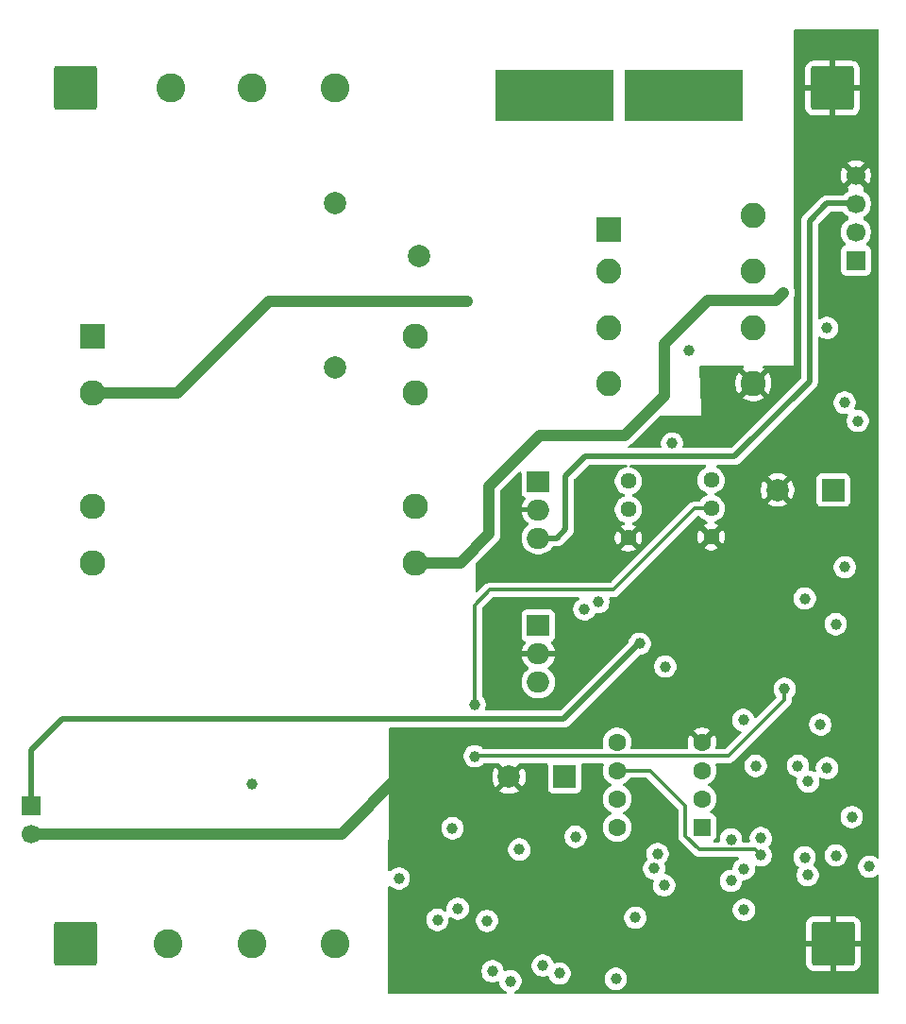
<source format=gbr>
%TF.GenerationSoftware,KiCad,Pcbnew,9.0.1*%
%TF.CreationDate,2025-04-03T14:44:02-07:00*%
%TF.ProjectId,Final_Board-v3C,46696e61-6c5f-4426-9f61-72642d763343,rev?*%
%TF.SameCoordinates,Original*%
%TF.FileFunction,Copper,L3,Inr*%
%TF.FilePolarity,Positive*%
%FSLAX46Y46*%
G04 Gerber Fmt 4.6, Leading zero omitted, Abs format (unit mm)*
G04 Created by KiCad (PCBNEW 9.0.1) date 2025-04-03 14:44:02*
%MOMM*%
%LPD*%
G01*
G04 APERTURE LIST*
G04 Aperture macros list*
%AMRoundRect*
0 Rectangle with rounded corners*
0 $1 Rounding radius*
0 $2 $3 $4 $5 $6 $7 $8 $9 X,Y pos of 4 corners*
0 Add a 4 corners polygon primitive as box body*
4,1,4,$2,$3,$4,$5,$6,$7,$8,$9,$2,$3,0*
0 Add four circle primitives for the rounded corners*
1,1,$1+$1,$2,$3*
1,1,$1+$1,$4,$5*
1,1,$1+$1,$6,$7*
1,1,$1+$1,$8,$9*
0 Add four rect primitives between the rounded corners*
20,1,$1+$1,$2,$3,$4,$5,0*
20,1,$1+$1,$4,$5,$6,$7,0*
20,1,$1+$1,$6,$7,$8,$9,0*
20,1,$1+$1,$8,$9,$2,$3,0*%
%AMFreePoly0*
4,1,5,2.250000,-4.000000,-2.250000,-4.000000,-2.250000,4.000000,2.250000,4.000000,2.250000,-4.000000,2.250000,-4.000000,$1*%
%AMFreePoly1*
4,1,5,1.500000,-2.250000,-1.500000,-2.250000,-1.500000,2.250000,1.500000,2.250000,1.500000,-2.250000,1.500000,-2.250000,$1*%
%AMFreePoly2*
4,1,5,4.000000,-2.250000,-4.000000,-2.250000,-4.000000,2.250000,4.000000,2.250000,4.000000,-2.250000,4.000000,-2.250000,$1*%
G04 Aperture macros list end*
%TA.AperFunction,ComponentPad*%
%ADD10R,1.700000X1.700000*%
%TD*%
%TA.AperFunction,ComponentPad*%
%ADD11C,1.700000*%
%TD*%
%TA.AperFunction,ComponentPad*%
%ADD12C,2.600000*%
%TD*%
%TA.AperFunction,ComponentPad*%
%ADD13FreePoly0,90.000000*%
%TD*%
%TA.AperFunction,ComponentPad*%
%ADD14FreePoly1,0.000000*%
%TD*%
%TA.AperFunction,ComponentPad*%
%ADD15FreePoly2,0.000000*%
%TD*%
%TA.AperFunction,ComponentPad*%
%ADD16R,2.000000X1.905000*%
%TD*%
%TA.AperFunction,ComponentPad*%
%ADD17O,2.000000X1.905000*%
%TD*%
%TA.AperFunction,ComponentPad*%
%ADD18RoundRect,0.250002X-1.699998X-1.699998X1.699998X-1.699998X1.699998X1.699998X-1.699998X1.699998X0*%
%TD*%
%TA.AperFunction,ComponentPad*%
%ADD19R,2.000000X2.000000*%
%TD*%
%TA.AperFunction,ComponentPad*%
%ADD20C,2.000000*%
%TD*%
%TA.AperFunction,ComponentPad*%
%ADD21C,1.440000*%
%TD*%
%TA.AperFunction,ComponentPad*%
%ADD22R,2.250000X2.250000*%
%TD*%
%TA.AperFunction,ComponentPad*%
%ADD23C,2.250000*%
%TD*%
%TA.AperFunction,ComponentPad*%
%ADD24R,2.286000X2.286000*%
%TD*%
%TA.AperFunction,ComponentPad*%
%ADD25C,2.286000*%
%TD*%
%TA.AperFunction,ComponentPad*%
%ADD26RoundRect,0.250000X0.550000X0.550000X-0.550000X0.550000X-0.550000X-0.550000X0.550000X-0.550000X0*%
%TD*%
%TA.AperFunction,ComponentPad*%
%ADD27C,1.600000*%
%TD*%
%TA.AperFunction,ViaPad*%
%ADD28C,1.000000*%
%TD*%
%TA.AperFunction,ViaPad*%
%ADD29C,2.000000*%
%TD*%
%TA.AperFunction,Conductor*%
%ADD30C,1.000000*%
%TD*%
%TA.AperFunction,Conductor*%
%ADD31C,0.300000*%
%TD*%
%TA.AperFunction,Conductor*%
%ADD32C,0.500000*%
%TD*%
%TA.AperFunction,Conductor*%
%ADD33C,0.254000*%
%TD*%
G04 APERTURE END LIST*
D10*
%TO.N,Net-(J5-Pin_1)*%
%TO.C,J5*%
X102700000Y-120050000D03*
D11*
%TO.N,GND*%
X102700000Y-122590000D03*
%TD*%
D12*
%TO.N,GND*%
%TO.C,E2*%
X122480000Y-55768000D03*
%TD*%
D13*
%TO.N,Net-(P1-L)*%
%TO.C,F1*%
X148340000Y-56400000D03*
D14*
X153420000Y-56400000D03*
%TO.N,Net-(F1-Pad2)*%
X157480000Y-56400000D03*
D15*
X162560000Y-56400000D03*
%TD*%
D16*
%TO.N,Net-(D2-+)*%
%TO.C,U2*%
X148200000Y-91000000D03*
D17*
%TO.N,GND*%
X148200000Y-93540000D03*
%TO.N,5v*%
X148200000Y-96080000D03*
%TD*%
D12*
%TO.N,Net-(J1-L)*%
%TO.C,E4*%
X115000000Y-132431000D03*
%TD*%
%TO.N,Net-(J1-N)*%
%TO.C,E3*%
X130010000Y-55768000D03*
%TD*%
D18*
%TO.N,GND*%
%TO.C,H3*%
X174659000Y-132431000D03*
%TD*%
D19*
%TO.N,Net-(D2-+)*%
%TO.C,C4*%
X150570000Y-117490000D03*
D20*
%TO.N,GND*%
X145570000Y-117490000D03*
%TD*%
D18*
%TO.N,GND*%
%TO.C,H1*%
X106659000Y-55768000D03*
%TD*%
D21*
%TO.N,Net-(R14-Pad2)*%
%TO.C,RV2*%
X163710000Y-90880000D03*
%TO.N,Net-(C12-Pad1)*%
X163710000Y-93420000D03*
%TO.N,GND*%
X163710000Y-95960000D03*
%TD*%
D12*
%TO.N,Net-(P1-L)*%
%TO.C,E1*%
X115200000Y-55768000D03*
%TD*%
D16*
%TO.N,Net-(D1-+)*%
%TO.C,U1*%
X148200000Y-103920000D03*
D17*
%TO.N,GND*%
X148200000Y-106460000D03*
%TO.N,VCC*%
X148200000Y-109000000D03*
%TD*%
D12*
%TO.N,Net-(J1-N)*%
%TO.C,E6*%
X130000000Y-132431000D03*
%TD*%
D21*
%TO.N,Net-(R1-Pad1)*%
%TO.C,RV1*%
X156290000Y-90980000D03*
%TO.N,Net-(C9-Pad1)*%
X156290000Y-93520000D03*
%TO.N,GND*%
X156290000Y-96060000D03*
%TD*%
D22*
%TO.N,N/C*%
%TO.C,T2*%
X154500000Y-68400000D03*
D23*
%TO.N,Net-(F1-Pad2)*%
X154500000Y-72200000D03*
%TO.N,Net-(J1-L)*%
X154500000Y-77200000D03*
%TO.N,N/C*%
X154500000Y-82200000D03*
%TO.N,GND*%
X167500000Y-82200000D03*
%TO.N,N/C*%
X167500000Y-77200000D03*
X167500000Y-72200000D03*
%TO.N,Net-(R14-Pad2)*%
X167500000Y-67200000D03*
%TD*%
D19*
%TO.N,Net-(D1-+)*%
%TO.C,C3*%
X174667677Y-91780000D03*
D20*
%TO.N,GND*%
X169667677Y-91780000D03*
%TD*%
D18*
%TO.N,GND*%
%TO.C,H2*%
X174603000Y-55768000D03*
%TD*%
D24*
%TO.N,GND*%
%TO.C,T1*%
X108244000Y-77980000D03*
D25*
%TO.N,Net-(R1-Pad2)*%
X108244000Y-83060000D03*
%TO.N,Net-(J1-N)*%
X108244000Y-93220000D03*
%TO.N,Net-(F1-Pad2)*%
X108244000Y-98300000D03*
%TO.N,Net-(D1-Pad2)*%
X137200000Y-77980000D03*
%TO.N,Net-(D2-Pad4)*%
X137200000Y-83060000D03*
X137200000Y-93220000D03*
%TO.N,Net-(D1-Pad4)*%
X137200000Y-98300000D03*
%TD*%
D12*
%TO.N,GND*%
%TO.C,E5*%
X122480000Y-132431000D03*
%TD*%
D18*
%TO.N,unconnected-(H4-Pin_1-Pad1)*%
%TO.C,H4*%
X106659000Y-132431000D03*
%TD*%
D10*
%TO.N,Net-(J7-Pin_1)*%
%TO.C,J7*%
X176700000Y-71200000D03*
D11*
%TO.N,SDA*%
X176700000Y-68660000D03*
%TO.N,5v*%
X176700000Y-66120000D03*
%TO.N,GND*%
X176700000Y-63580000D03*
%TD*%
D26*
%TO.N,Net-(C10-Pad1)*%
%TO.C,U4*%
X162900000Y-122000000D03*
D27*
%TO.N,Net-(U4A--)*%
X162900000Y-119460000D03*
%TO.N,Net-(U4A-+)*%
X162900000Y-116920000D03*
%TO.N,GND*%
X162900000Y-114380000D03*
%TO.N,Net-(U4B-+)*%
X155280000Y-114380000D03*
%TO.N,Net-(U4B--)*%
X155280000Y-116920000D03*
%TO.N,Net-(C11-Pad1)*%
X155280000Y-119460000D03*
%TO.N,VCC*%
X155280000Y-122000000D03*
%TD*%
D28*
%TO.N,GND*%
X172250000Y-106750000D03*
X152600000Y-91300000D03*
X168200000Y-101350000D03*
X172150000Y-120080000D03*
X164900000Y-131200000D03*
X135850000Y-117260000D03*
X159420000Y-121330000D03*
X161400000Y-108600000D03*
X176900000Y-113100000D03*
X154650000Y-130750000D03*
X165200000Y-105400000D03*
X122480000Y-118100000D03*
X152600000Y-93550000D03*
X155860000Y-128820000D03*
X141700000Y-119300000D03*
X151100000Y-130500000D03*
X171640000Y-113110000D03*
X165720000Y-119140000D03*
X177500000Y-105100000D03*
X139300000Y-133600000D03*
X161750000Y-91250000D03*
X152940000Y-125720000D03*
%TO.N,Net-(U4B--)*%
X168160000Y-124510000D03*
X140500000Y-122100000D03*
%TO.N,Net-(U4A-+)*%
X167710000Y-116510000D03*
X171490000Y-116510000D03*
%TO.N,Net-(D3-K)*%
X174100000Y-116700000D03*
X173500000Y-112800000D03*
X172110000Y-101500000D03*
X151550000Y-122850000D03*
%TO.N,VCC*%
X172100000Y-124700000D03*
%TO.N,Net-(U4B-+)*%
X146500000Y-124000000D03*
X148600000Y-134400000D03*
X145700000Y-135800000D03*
%TO.N,Net-(U4A--)*%
X172400000Y-117900000D03*
D29*
%TO.N,Net-(F1-Pad2)*%
X137480000Y-70800000D03*
D28*
%TO.N,5v*%
X141000000Y-129300000D03*
X166600000Y-112400000D03*
X152330000Y-102470000D03*
X156900000Y-130100000D03*
X158600000Y-125700000D03*
%TO.N,Net-(C10-Pad1)*%
X159500000Y-127200000D03*
X176340000Y-121090000D03*
%TO.N,Net-(C11-Pad1)*%
X172380000Y-126300000D03*
X150114984Y-135102417D03*
X166650000Y-129400000D03*
X166650000Y-125750000D03*
%TO.N,Net-(U3-PC5)*%
X174900000Y-103800000D03*
X175700000Y-98700000D03*
%TO.N,Net-(J7-Pin_1)*%
X159600000Y-107600000D03*
%TO.N,Net-(J5-Pin_1)*%
X157300000Y-105550000D03*
%TO.N,SDA*%
X153600000Y-101800000D03*
%TO.N,Net-(D2-+)*%
X176870000Y-85590000D03*
%TO.N,Net-(C9-Pad2)*%
X165500000Y-126800000D03*
X165500000Y-123100000D03*
%TO.N,Net-(C9-Pad1)*%
X158900000Y-124400000D03*
%TO.N,Net-(D4-K)*%
X144100000Y-134900000D03*
X177900000Y-125530000D03*
X143600000Y-130400000D03*
X155170000Y-135600000D03*
%TO.N,Net-(C12-Pad1)*%
X139160000Y-130300000D03*
X142494000Y-110998000D03*
%TO.N,Net-(D1-Pad4)*%
X170200000Y-74100000D03*
%TO.N,Net-(D2-Pad4)*%
X175690000Y-83940000D03*
%TO.N,Net-(R11-Pad1)*%
X142500000Y-115640000D03*
X170300000Y-109600000D03*
X168159000Y-122980000D03*
X174910000Y-124540000D03*
%TO.N,Net-(R14-Pad2)*%
X135700000Y-126600000D03*
X160200000Y-87600000D03*
%TO.N,Net-(D1-Pad2)*%
X174110000Y-77250000D03*
X161700000Y-79300000D03*
%TO.N,Net-(R1-Pad2)*%
X141857500Y-74837500D03*
D29*
%TO.N,Net-(J1-N)*%
X130000000Y-80820000D03*
X130000000Y-66040000D03*
%TD*%
D30*
%TO.N,GND*%
X135850000Y-117300000D02*
X135850000Y-117260000D01*
X130560000Y-122590000D02*
X135850000Y-117300000D01*
X102700000Y-122590000D02*
X130560000Y-122590000D01*
D31*
%TO.N,Net-(U4B--)*%
X168160000Y-124510000D02*
X167650000Y-124000000D01*
X162646000Y-124000000D02*
X161400000Y-122754000D01*
X161400000Y-122754000D02*
X161400000Y-120100000D01*
X167650000Y-124000000D02*
X162646000Y-124000000D01*
X161400000Y-120100000D02*
X158220000Y-116920000D01*
X158220000Y-116920000D02*
X155280000Y-116920000D01*
D32*
%TO.N,5v*%
X165820000Y-88780000D02*
X172551000Y-82049000D01*
X172551000Y-67649000D02*
X174100000Y-66100000D01*
X152400000Y-88780000D02*
X165820000Y-88780000D01*
X150650000Y-95310000D02*
X150650000Y-90530000D01*
X172551000Y-82049000D02*
X172551000Y-67649000D01*
X148200000Y-96080000D02*
X149880000Y-96080000D01*
X174100000Y-66100000D02*
X176680000Y-66100000D01*
X150650000Y-90530000D02*
X152400000Y-88780000D01*
D31*
X176680000Y-66100000D02*
X176700000Y-66120000D01*
D32*
X149880000Y-96080000D02*
X150650000Y-95310000D01*
%TO.N,Net-(J5-Pin_1)*%
X105505000Y-112300000D02*
X102700000Y-115105000D01*
X150500000Y-112300000D02*
X105505000Y-112300000D01*
X157250000Y-105550000D02*
X150500000Y-112300000D01*
X102700000Y-115105000D02*
X102700000Y-120050000D01*
D33*
X157300000Y-105550000D02*
X157250000Y-105550000D01*
D31*
%TO.N,Net-(C12-Pad1)*%
X154980000Y-100720000D02*
X162260000Y-93440000D01*
X142494000Y-110998000D02*
X142494000Y-102108000D01*
X143882000Y-100720000D02*
X154980000Y-100720000D01*
X142494000Y-102108000D02*
X143882000Y-100720000D01*
X162260000Y-93440000D02*
X163700000Y-93440000D01*
D30*
%TO.N,Net-(D1-Pad4)*%
X137202000Y-98298000D02*
X137200000Y-98300000D01*
X159480000Y-83320000D02*
X155932000Y-86868000D01*
X159480000Y-78720000D02*
X159480000Y-83320000D01*
X143802500Y-95719500D02*
X141224000Y-98298000D01*
X170200000Y-74100000D02*
X169500000Y-74800000D01*
X148374500Y-86868000D02*
X143802500Y-91440000D01*
X163400000Y-74800000D02*
X159480000Y-78720000D01*
X169500000Y-74800000D02*
X163400000Y-74800000D01*
X141224000Y-98298000D02*
X137202000Y-98298000D01*
X143802500Y-91440000D02*
X143802500Y-95693019D01*
X155932000Y-86868000D02*
X148374500Y-86868000D01*
D31*
%TO.N,Net-(R11-Pad1)*%
X170300000Y-110590000D02*
X170300000Y-109600000D01*
X142560000Y-115640000D02*
X142570000Y-115630000D01*
X142500000Y-115640000D02*
X142560000Y-115640000D01*
X165260000Y-115630000D02*
X170300000Y-110590000D01*
X142570000Y-115630000D02*
X165260000Y-115630000D01*
D30*
%TO.N,Net-(R1-Pad2)*%
X115822000Y-83060000D02*
X108244000Y-83060000D01*
X141857500Y-74837500D02*
X124044500Y-74837500D01*
X124044500Y-74837500D02*
X115822000Y-83060000D01*
%TD*%
%TA.AperFunction,Conductor*%
%TO.N,GND*%
G36*
X178722539Y-50520185D02*
G01*
X178768294Y-50572989D01*
X178779500Y-50624500D01*
X178779500Y-124695216D01*
X178759815Y-124762255D01*
X178707011Y-124808010D01*
X178637853Y-124817954D01*
X178574297Y-124788929D01*
X178567819Y-124782897D01*
X178537785Y-124752863D01*
X178537781Y-124752860D01*
X178373920Y-124643371D01*
X178373907Y-124643364D01*
X178191839Y-124567950D01*
X178191829Y-124567947D01*
X177998543Y-124529500D01*
X177998541Y-124529500D01*
X177801459Y-124529500D01*
X177801457Y-124529500D01*
X177608170Y-124567947D01*
X177608160Y-124567950D01*
X177426092Y-124643364D01*
X177426079Y-124643371D01*
X177262218Y-124752860D01*
X177262214Y-124752863D01*
X177122863Y-124892214D01*
X177122860Y-124892218D01*
X177013371Y-125056079D01*
X177013364Y-125056092D01*
X176937950Y-125238160D01*
X176937947Y-125238170D01*
X176899500Y-125431456D01*
X176899500Y-125431459D01*
X176899500Y-125628541D01*
X176899500Y-125628543D01*
X176899499Y-125628543D01*
X176937947Y-125821829D01*
X176937950Y-125821839D01*
X177013364Y-126003907D01*
X177013371Y-126003920D01*
X177122860Y-126167781D01*
X177122863Y-126167785D01*
X177262214Y-126307136D01*
X177262218Y-126307139D01*
X177426079Y-126416628D01*
X177426092Y-126416635D01*
X177572164Y-126477139D01*
X177608165Y-126492051D01*
X177608169Y-126492051D01*
X177608170Y-126492052D01*
X177801456Y-126530500D01*
X177801459Y-126530500D01*
X177998543Y-126530500D01*
X178144553Y-126501456D01*
X178191835Y-126492051D01*
X178373914Y-126416632D01*
X178537782Y-126307139D01*
X178551543Y-126293378D01*
X178567819Y-126277103D01*
X178629142Y-126243618D01*
X178698834Y-126248602D01*
X178754767Y-126290474D01*
X178779184Y-126355938D01*
X178779500Y-126364784D01*
X178779500Y-136827700D01*
X178759815Y-136894739D01*
X178707011Y-136940494D01*
X178655500Y-136951700D01*
X146157373Y-136951700D01*
X146090334Y-136932015D01*
X146044579Y-136879211D01*
X146034635Y-136810053D01*
X146063660Y-136746497D01*
X146109921Y-136713139D01*
X146173907Y-136686635D01*
X146173907Y-136686634D01*
X146173914Y-136686632D01*
X146337782Y-136577139D01*
X146477139Y-136437782D01*
X146586632Y-136273914D01*
X146662051Y-136091835D01*
X146682497Y-135989049D01*
X146700500Y-135898543D01*
X146700500Y-135701456D01*
X146662052Y-135508170D01*
X146662051Y-135508169D01*
X146662051Y-135508165D01*
X146659272Y-135501456D01*
X146586635Y-135326092D01*
X146586628Y-135326079D01*
X146477139Y-135162218D01*
X146477136Y-135162214D01*
X146337785Y-135022863D01*
X146337781Y-135022860D01*
X146173920Y-134913371D01*
X146173907Y-134913364D01*
X145991839Y-134837950D01*
X145991829Y-134837947D01*
X145798543Y-134799500D01*
X145798541Y-134799500D01*
X145601459Y-134799500D01*
X145601457Y-134799500D01*
X145408170Y-134837947D01*
X145408169Y-134837948D01*
X145408168Y-134837948D01*
X145408165Y-134837949D01*
X145329567Y-134870505D01*
X145270217Y-134895088D01*
X145200747Y-134902556D01*
X145138268Y-134871280D01*
X145102616Y-134811191D01*
X145101148Y-134804717D01*
X145082977Y-134713368D01*
X145062051Y-134608165D01*
X145058397Y-134599344D01*
X145016645Y-134498543D01*
X147599499Y-134498543D01*
X147637947Y-134691829D01*
X147637950Y-134691839D01*
X147713364Y-134873907D01*
X147713371Y-134873920D01*
X147822860Y-135037781D01*
X147822863Y-135037785D01*
X147962214Y-135177136D01*
X147962218Y-135177139D01*
X148126079Y-135286628D01*
X148126092Y-135286635D01*
X148268721Y-135345713D01*
X148308165Y-135362051D01*
X148308169Y-135362051D01*
X148308170Y-135362052D01*
X148501456Y-135400500D01*
X148501459Y-135400500D01*
X148698543Y-135400500D01*
X148832196Y-135373914D01*
X148891835Y-135362051D01*
X148988752Y-135321906D01*
X149058219Y-135314438D01*
X149120699Y-135345713D01*
X149150764Y-135389016D01*
X149228348Y-135576324D01*
X149228355Y-135576337D01*
X149337844Y-135740198D01*
X149337847Y-135740202D01*
X149477198Y-135879553D01*
X149477202Y-135879556D01*
X149641063Y-135989045D01*
X149641076Y-135989052D01*
X149823144Y-136064466D01*
X149823149Y-136064468D01*
X149823153Y-136064468D01*
X149823154Y-136064469D01*
X150016440Y-136102917D01*
X150016443Y-136102917D01*
X150213527Y-136102917D01*
X150359366Y-136073907D01*
X150406819Y-136064468D01*
X150588898Y-135989049D01*
X150752766Y-135879556D01*
X150892123Y-135740199D01*
X150919957Y-135698543D01*
X154169499Y-135698543D01*
X154207947Y-135891829D01*
X154207950Y-135891839D01*
X154283364Y-136073907D01*
X154283371Y-136073920D01*
X154392860Y-136237781D01*
X154392863Y-136237785D01*
X154532214Y-136377136D01*
X154532218Y-136377139D01*
X154696079Y-136486628D01*
X154696092Y-136486635D01*
X154878160Y-136562049D01*
X154878165Y-136562051D01*
X154878169Y-136562051D01*
X154878170Y-136562052D01*
X155071456Y-136600500D01*
X155071459Y-136600500D01*
X155268543Y-136600500D01*
X155398582Y-136574632D01*
X155461835Y-136562051D01*
X155643914Y-136486632D01*
X155807782Y-136377139D01*
X155947139Y-136237782D01*
X156056632Y-136073914D01*
X156060546Y-136064466D01*
X156129273Y-135898541D01*
X156132051Y-135891835D01*
X156152977Y-135786635D01*
X156170500Y-135698543D01*
X156170500Y-135501456D01*
X156132052Y-135308170D01*
X156132051Y-135308169D01*
X156132051Y-135308165D01*
X156123130Y-135286628D01*
X156056635Y-135126092D01*
X156056628Y-135126079D01*
X155947139Y-134962218D01*
X155947136Y-134962214D01*
X155807785Y-134822863D01*
X155807781Y-134822860D01*
X155643920Y-134713371D01*
X155643907Y-134713364D01*
X155461839Y-134637950D01*
X155461829Y-134637947D01*
X155268543Y-134599500D01*
X155268541Y-134599500D01*
X155071459Y-134599500D01*
X155071457Y-134599500D01*
X154878170Y-134637947D01*
X154878160Y-134637950D01*
X154696092Y-134713364D01*
X154696079Y-134713371D01*
X154532218Y-134822860D01*
X154532214Y-134822863D01*
X154392863Y-134962214D01*
X154392860Y-134962218D01*
X154283371Y-135126079D01*
X154283364Y-135126092D01*
X154207950Y-135308160D01*
X154207947Y-135308170D01*
X154169500Y-135501456D01*
X154169500Y-135501459D01*
X154169500Y-135698541D01*
X154169500Y-135698543D01*
X154169499Y-135698543D01*
X150919957Y-135698543D01*
X151001616Y-135576331D01*
X151077035Y-135394252D01*
X151090596Y-135326079D01*
X151115484Y-135200960D01*
X151115484Y-135003873D01*
X151077036Y-134810587D01*
X151077035Y-134810586D01*
X151077035Y-134810582D01*
X151040888Y-134723315D01*
X151001619Y-134628509D01*
X151001612Y-134628496D01*
X150892123Y-134464635D01*
X150892120Y-134464631D01*
X150752769Y-134325280D01*
X150752765Y-134325277D01*
X150588904Y-134215788D01*
X150588891Y-134215781D01*
X150406823Y-134140367D01*
X150406813Y-134140364D01*
X150213527Y-134101917D01*
X150213525Y-134101917D01*
X150016443Y-134101917D01*
X150016441Y-134101917D01*
X149823154Y-134140364D01*
X149823153Y-134140364D01*
X149726232Y-134180510D01*
X149656762Y-134187978D01*
X149594283Y-134156702D01*
X149564219Y-134113400D01*
X149486635Y-133926092D01*
X149486628Y-133926079D01*
X149377139Y-133762218D01*
X149377136Y-133762214D01*
X149237785Y-133622863D01*
X149237781Y-133622860D01*
X149073920Y-133513371D01*
X149073907Y-133513364D01*
X148891839Y-133437950D01*
X148891829Y-133437947D01*
X148698543Y-133399500D01*
X148698541Y-133399500D01*
X148501459Y-133399500D01*
X148501457Y-133399500D01*
X148308170Y-133437947D01*
X148308160Y-133437950D01*
X148126092Y-133513364D01*
X148126079Y-133513371D01*
X147962218Y-133622860D01*
X147962214Y-133622863D01*
X147822863Y-133762214D01*
X147822860Y-133762218D01*
X147713371Y-133926079D01*
X147713364Y-133926092D01*
X147637950Y-134108160D01*
X147637947Y-134108170D01*
X147599500Y-134301456D01*
X147599500Y-134301459D01*
X147599500Y-134498541D01*
X147599500Y-134498543D01*
X147599499Y-134498543D01*
X145016645Y-134498543D01*
X144986635Y-134426092D01*
X144986633Y-134426088D01*
X144986632Y-134426086D01*
X144919276Y-134325280D01*
X144877139Y-134262217D01*
X144737785Y-134122863D01*
X144737781Y-134122860D01*
X144573920Y-134013371D01*
X144573907Y-134013364D01*
X144391839Y-133937950D01*
X144391829Y-133937947D01*
X144198543Y-133899500D01*
X144198541Y-133899500D01*
X144001459Y-133899500D01*
X144001457Y-133899500D01*
X143808170Y-133937947D01*
X143808160Y-133937950D01*
X143626092Y-134013364D01*
X143626079Y-134013371D01*
X143462218Y-134122860D01*
X143462214Y-134122863D01*
X143322863Y-134262214D01*
X143322860Y-134262218D01*
X143213371Y-134426079D01*
X143213364Y-134426092D01*
X143137950Y-134608160D01*
X143137947Y-134608170D01*
X143099500Y-134801456D01*
X143099500Y-134801459D01*
X143099500Y-134998541D01*
X143099500Y-134998543D01*
X143099499Y-134998543D01*
X143137947Y-135191829D01*
X143137950Y-135191839D01*
X143213364Y-135373907D01*
X143213371Y-135373920D01*
X143322860Y-135537781D01*
X143322863Y-135537785D01*
X143462214Y-135677136D01*
X143462218Y-135677139D01*
X143626079Y-135786628D01*
X143626092Y-135786635D01*
X143727691Y-135828718D01*
X143808165Y-135862051D01*
X143808169Y-135862051D01*
X143808170Y-135862052D01*
X144001456Y-135900500D01*
X144001459Y-135900500D01*
X144198543Y-135900500D01*
X144328582Y-135874632D01*
X144391835Y-135862051D01*
X144529782Y-135804911D01*
X144599251Y-135797443D01*
X144661730Y-135828718D01*
X144697382Y-135888807D01*
X144698851Y-135895281D01*
X144737947Y-136091829D01*
X144737950Y-136091839D01*
X144813364Y-136273907D01*
X144813371Y-136273920D01*
X144922860Y-136437781D01*
X144922863Y-136437785D01*
X145062214Y-136577136D01*
X145062218Y-136577139D01*
X145226079Y-136686628D01*
X145226092Y-136686635D01*
X145290079Y-136713139D01*
X145344483Y-136756980D01*
X145366548Y-136823274D01*
X145349269Y-136890973D01*
X145298132Y-136938584D01*
X145242627Y-136951700D01*
X134826272Y-136951700D01*
X134759233Y-136932015D01*
X134713478Y-136879211D01*
X134702273Y-136827208D01*
X134704059Y-136377136D01*
X134727783Y-130398543D01*
X138159499Y-130398543D01*
X138197947Y-130591829D01*
X138197950Y-130591839D01*
X138273364Y-130773907D01*
X138273371Y-130773920D01*
X138382860Y-130937781D01*
X138382863Y-130937785D01*
X138522214Y-131077136D01*
X138522218Y-131077139D01*
X138686079Y-131186628D01*
X138686092Y-131186635D01*
X138868160Y-131262049D01*
X138868165Y-131262051D01*
X138868169Y-131262051D01*
X138868170Y-131262052D01*
X139061456Y-131300500D01*
X139061459Y-131300500D01*
X139258543Y-131300500D01*
X139398903Y-131272580D01*
X139451835Y-131262051D01*
X139633914Y-131186632D01*
X139797782Y-131077139D01*
X139937139Y-130937782D01*
X140046632Y-130773914D01*
X140122051Y-130591835D01*
X140140609Y-130498543D01*
X142599499Y-130498543D01*
X142637947Y-130691829D01*
X142637950Y-130691839D01*
X142713364Y-130873907D01*
X142713371Y-130873920D01*
X142822860Y-131037781D01*
X142822863Y-131037785D01*
X142962214Y-131177136D01*
X142962218Y-131177139D01*
X143126079Y-131286628D01*
X143126092Y-131286635D01*
X143307810Y-131361904D01*
X143308165Y-131362051D01*
X143308169Y-131362051D01*
X143308170Y-131362052D01*
X143501456Y-131400500D01*
X143501459Y-131400500D01*
X143698543Y-131400500D01*
X143828582Y-131374632D01*
X143891835Y-131362051D01*
X144073914Y-131286632D01*
X144237782Y-131177139D01*
X144377139Y-131037782D01*
X144486632Y-130873914D01*
X144562051Y-130691835D01*
X144581942Y-130591839D01*
X144600500Y-130498543D01*
X144600500Y-130301456D01*
X144580029Y-130198543D01*
X155899499Y-130198543D01*
X155937947Y-130391829D01*
X155937950Y-130391839D01*
X156013364Y-130573907D01*
X156013371Y-130573920D01*
X156122860Y-130737781D01*
X156122863Y-130737785D01*
X156262214Y-130877136D01*
X156262218Y-130877139D01*
X156426079Y-130986628D01*
X156426092Y-130986635D01*
X156549581Y-131037785D01*
X156608165Y-131062051D01*
X156608169Y-131062051D01*
X156608170Y-131062052D01*
X156801456Y-131100500D01*
X156801459Y-131100500D01*
X156998543Y-131100500D01*
X157128582Y-131074632D01*
X157191835Y-131062051D01*
X157373914Y-130986632D01*
X157537782Y-130877139D01*
X157677139Y-130737782D01*
X157711810Y-130685891D01*
X157715068Y-130681015D01*
X172209000Y-130681015D01*
X172209000Y-132181000D01*
X173433015Y-132181000D01*
X173409000Y-132332623D01*
X173409000Y-132529377D01*
X173433015Y-132681000D01*
X172209001Y-132681000D01*
X172209001Y-134180984D01*
X172219494Y-134283695D01*
X172274641Y-134450117D01*
X172274643Y-134450122D01*
X172366684Y-134599344D01*
X172490655Y-134723315D01*
X172639877Y-134815356D01*
X172639882Y-134815358D01*
X172806304Y-134870505D01*
X172806311Y-134870506D01*
X172909021Y-134880999D01*
X174408999Y-134880999D01*
X174409000Y-134880998D01*
X174409000Y-133656985D01*
X174560623Y-133681000D01*
X174757377Y-133681000D01*
X174909000Y-133656985D01*
X174909000Y-134880999D01*
X176408970Y-134880999D01*
X176408984Y-134880998D01*
X176511695Y-134870505D01*
X176678117Y-134815358D01*
X176678122Y-134815356D01*
X176827344Y-134723315D01*
X176951315Y-134599344D01*
X177043356Y-134450122D01*
X177043358Y-134450117D01*
X177098505Y-134283695D01*
X177098506Y-134283688D01*
X177108999Y-134180984D01*
X177109000Y-134180971D01*
X177109000Y-132681000D01*
X175884985Y-132681000D01*
X175909000Y-132529377D01*
X175909000Y-132332623D01*
X175884985Y-132181000D01*
X177108999Y-132181000D01*
X177108999Y-130681030D01*
X177108998Y-130681015D01*
X177098505Y-130578304D01*
X177043358Y-130411882D01*
X177043356Y-130411877D01*
X176951315Y-130262655D01*
X176827344Y-130138684D01*
X176678122Y-130046643D01*
X176678117Y-130046641D01*
X176511695Y-129991494D01*
X176511688Y-129991493D01*
X176408984Y-129981000D01*
X174909000Y-129981000D01*
X174909000Y-131205014D01*
X174757377Y-131181000D01*
X174560623Y-131181000D01*
X174409000Y-131205014D01*
X174409000Y-129981000D01*
X172909030Y-129981000D01*
X172909014Y-129981001D01*
X172806304Y-129991494D01*
X172639882Y-130046641D01*
X172639877Y-130046643D01*
X172490655Y-130138684D01*
X172366684Y-130262655D01*
X172274643Y-130411877D01*
X172274641Y-130411882D01*
X172219494Y-130578304D01*
X172219493Y-130578311D01*
X172209000Y-130681015D01*
X157715068Y-130681015D01*
X157763206Y-130608975D01*
X157786629Y-130573918D01*
X157786632Y-130573914D01*
X157862051Y-130391835D01*
X157882977Y-130286635D01*
X157900500Y-130198543D01*
X157900500Y-130001456D01*
X157862052Y-129808170D01*
X157862051Y-129808169D01*
X157862051Y-129808165D01*
X157862049Y-129808160D01*
X157786635Y-129626092D01*
X157786628Y-129626079D01*
X157701411Y-129498543D01*
X165649499Y-129498543D01*
X165687947Y-129691829D01*
X165687950Y-129691839D01*
X165763364Y-129873907D01*
X165763371Y-129873920D01*
X165872860Y-130037781D01*
X165872863Y-130037785D01*
X166012214Y-130177136D01*
X166012218Y-130177139D01*
X166176079Y-130286628D01*
X166176092Y-130286635D01*
X166358160Y-130362049D01*
X166358165Y-130362051D01*
X166358169Y-130362051D01*
X166358170Y-130362052D01*
X166551456Y-130400500D01*
X166551459Y-130400500D01*
X166748543Y-130400500D01*
X166878582Y-130374632D01*
X166941835Y-130362051D01*
X167123914Y-130286632D01*
X167287782Y-130177139D01*
X167427139Y-130037782D01*
X167536632Y-129873914D01*
X167612051Y-129691835D01*
X167631942Y-129591839D01*
X167650500Y-129498543D01*
X167650500Y-129301456D01*
X167612052Y-129108170D01*
X167612051Y-129108169D01*
X167612051Y-129108165D01*
X167570628Y-129008160D01*
X167536635Y-128926092D01*
X167536628Y-128926079D01*
X167427139Y-128762218D01*
X167427136Y-128762214D01*
X167287785Y-128622863D01*
X167287781Y-128622860D01*
X167123920Y-128513371D01*
X167123907Y-128513364D01*
X166941839Y-128437950D01*
X166941829Y-128437947D01*
X166748543Y-128399500D01*
X166748541Y-128399500D01*
X166551459Y-128399500D01*
X166551457Y-128399500D01*
X166358170Y-128437947D01*
X166358160Y-128437950D01*
X166176092Y-128513364D01*
X166176079Y-128513371D01*
X166012218Y-128622860D01*
X166012214Y-128622863D01*
X165872863Y-128762214D01*
X165872860Y-128762218D01*
X165763371Y-128926079D01*
X165763364Y-128926092D01*
X165687950Y-129108160D01*
X165687947Y-129108170D01*
X165649500Y-129301456D01*
X165649500Y-129301459D01*
X165649500Y-129498541D01*
X165649500Y-129498543D01*
X165649499Y-129498543D01*
X157701411Y-129498543D01*
X157677139Y-129462218D01*
X157677136Y-129462214D01*
X157537785Y-129322863D01*
X157537781Y-129322860D01*
X157373920Y-129213371D01*
X157373907Y-129213364D01*
X157191839Y-129137950D01*
X157191829Y-129137947D01*
X156998543Y-129099500D01*
X156998541Y-129099500D01*
X156801459Y-129099500D01*
X156801457Y-129099500D01*
X156608170Y-129137947D01*
X156608160Y-129137950D01*
X156426092Y-129213364D01*
X156426079Y-129213371D01*
X156262218Y-129322860D01*
X156262214Y-129322863D01*
X156122863Y-129462214D01*
X156122860Y-129462218D01*
X156013371Y-129626079D01*
X156013364Y-129626092D01*
X155937950Y-129808160D01*
X155937947Y-129808170D01*
X155899500Y-130001456D01*
X155899500Y-130001459D01*
X155899500Y-130198541D01*
X155899500Y-130198543D01*
X155899499Y-130198543D01*
X144580029Y-130198543D01*
X144562052Y-130108170D01*
X144562051Y-130108169D01*
X144562051Y-130108165D01*
X144491477Y-129937782D01*
X144486635Y-129926092D01*
X144486628Y-129926079D01*
X144377139Y-129762218D01*
X144377136Y-129762214D01*
X144237785Y-129622863D01*
X144237781Y-129622860D01*
X144073920Y-129513371D01*
X144073907Y-129513364D01*
X143891839Y-129437950D01*
X143891829Y-129437947D01*
X143698543Y-129399500D01*
X143698541Y-129399500D01*
X143501459Y-129399500D01*
X143501457Y-129399500D01*
X143308170Y-129437947D01*
X143308160Y-129437950D01*
X143126092Y-129513364D01*
X143126079Y-129513371D01*
X142962218Y-129622860D01*
X142962214Y-129622863D01*
X142822863Y-129762214D01*
X142822860Y-129762218D01*
X142713371Y-129926079D01*
X142713364Y-129926092D01*
X142637950Y-130108160D01*
X142637947Y-130108170D01*
X142599500Y-130301456D01*
X142599500Y-130301459D01*
X142599500Y-130498541D01*
X142599500Y-130498543D01*
X142599499Y-130498543D01*
X140140609Y-130498543D01*
X140140609Y-130498541D01*
X140160500Y-130398543D01*
X140160500Y-130201457D01*
X140159204Y-130194943D01*
X140165431Y-130125351D01*
X140208293Y-130070173D01*
X140274182Y-130046928D01*
X140342179Y-130062995D01*
X140359488Y-130074899D01*
X140362216Y-130077138D01*
X140526079Y-130186628D01*
X140526092Y-130186635D01*
X140708160Y-130262049D01*
X140708165Y-130262051D01*
X140708169Y-130262051D01*
X140708170Y-130262052D01*
X140901456Y-130300500D01*
X140901459Y-130300500D01*
X141098543Y-130300500D01*
X141228582Y-130274632D01*
X141291835Y-130262051D01*
X141473914Y-130186632D01*
X141637782Y-130077139D01*
X141777139Y-129937782D01*
X141886632Y-129773914D01*
X141962051Y-129591835D01*
X141997551Y-129413368D01*
X142000500Y-129398543D01*
X142000500Y-129201456D01*
X141962052Y-129008170D01*
X141962051Y-129008169D01*
X141962051Y-129008165D01*
X141928050Y-128926079D01*
X141886635Y-128826092D01*
X141886628Y-128826079D01*
X141777139Y-128662218D01*
X141777136Y-128662214D01*
X141637785Y-128522863D01*
X141637781Y-128522860D01*
X141473920Y-128413371D01*
X141473907Y-128413364D01*
X141291839Y-128337950D01*
X141291829Y-128337947D01*
X141098543Y-128299500D01*
X141098541Y-128299500D01*
X140901459Y-128299500D01*
X140901457Y-128299500D01*
X140708170Y-128337947D01*
X140708160Y-128337950D01*
X140526092Y-128413364D01*
X140526079Y-128413371D01*
X140362218Y-128522860D01*
X140362214Y-128522863D01*
X140222863Y-128662214D01*
X140222860Y-128662218D01*
X140113371Y-128826079D01*
X140113364Y-128826092D01*
X140037950Y-129008160D01*
X140037947Y-129008170D01*
X139999500Y-129201456D01*
X139999500Y-129398541D01*
X140000797Y-129405064D01*
X139994566Y-129474655D01*
X139951700Y-129529830D01*
X139885809Y-129553072D01*
X139817813Y-129537000D01*
X139800512Y-129525101D01*
X139797783Y-129522861D01*
X139633920Y-129413371D01*
X139633907Y-129413364D01*
X139451839Y-129337950D01*
X139451829Y-129337947D01*
X139258543Y-129299500D01*
X139258541Y-129299500D01*
X139061459Y-129299500D01*
X139061457Y-129299500D01*
X138868170Y-129337947D01*
X138868160Y-129337950D01*
X138686092Y-129413364D01*
X138686079Y-129413371D01*
X138522218Y-129522860D01*
X138522214Y-129522863D01*
X138382863Y-129662214D01*
X138382860Y-129662218D01*
X138273371Y-129826079D01*
X138273364Y-129826092D01*
X138197950Y-130008160D01*
X138197947Y-130008170D01*
X138159500Y-130201456D01*
X138159500Y-130201457D01*
X138159500Y-130201459D01*
X138159500Y-130398541D01*
X138159500Y-130398543D01*
X138159499Y-130398543D01*
X134727783Y-130398543D01*
X134739865Y-127353652D01*
X134759815Y-127286695D01*
X134812801Y-127241150D01*
X134881998Y-127231481D01*
X134945438Y-127260758D01*
X134951545Y-127266467D01*
X135062214Y-127377136D01*
X135062218Y-127377139D01*
X135226079Y-127486628D01*
X135226092Y-127486635D01*
X135408160Y-127562049D01*
X135408165Y-127562051D01*
X135408169Y-127562051D01*
X135408170Y-127562052D01*
X135601456Y-127600500D01*
X135601459Y-127600500D01*
X135798543Y-127600500D01*
X135928582Y-127574632D01*
X135991835Y-127562051D01*
X136173914Y-127486632D01*
X136337782Y-127377139D01*
X136477139Y-127237782D01*
X136586632Y-127073914D01*
X136662051Y-126891835D01*
X136695021Y-126726086D01*
X136700500Y-126698543D01*
X136700500Y-126501456D01*
X136662052Y-126308170D01*
X136662051Y-126308169D01*
X136662051Y-126308165D01*
X136649185Y-126277103D01*
X136586635Y-126126092D01*
X136586628Y-126126079D01*
X136477139Y-125962218D01*
X136477136Y-125962214D01*
X136337785Y-125822863D01*
X136337781Y-125822860D01*
X136301388Y-125798543D01*
X157599499Y-125798543D01*
X157637947Y-125991829D01*
X157637950Y-125991839D01*
X157713364Y-126173907D01*
X157713371Y-126173920D01*
X157822860Y-126337781D01*
X157822863Y-126337785D01*
X157962214Y-126477136D01*
X157962218Y-126477139D01*
X158126079Y-126586628D01*
X158126092Y-126586635D01*
X158308160Y-126662049D01*
X158308165Y-126662051D01*
X158466294Y-126693505D01*
X158466449Y-126693536D01*
X158528360Y-126725921D01*
X158562934Y-126786636D01*
X158559195Y-126856406D01*
X158556820Y-126862603D01*
X158537950Y-126908160D01*
X158537947Y-126908170D01*
X158499500Y-127101456D01*
X158499500Y-127101459D01*
X158499500Y-127298541D01*
X158499500Y-127298543D01*
X158499499Y-127298543D01*
X158537947Y-127491829D01*
X158537950Y-127491839D01*
X158613364Y-127673907D01*
X158613371Y-127673920D01*
X158722860Y-127837781D01*
X158722863Y-127837785D01*
X158862214Y-127977136D01*
X158862218Y-127977139D01*
X159026079Y-128086628D01*
X159026092Y-128086635D01*
X159208160Y-128162049D01*
X159208165Y-128162051D01*
X159208169Y-128162051D01*
X159208170Y-128162052D01*
X159401456Y-128200500D01*
X159401459Y-128200500D01*
X159598543Y-128200500D01*
X159728582Y-128174632D01*
X159791835Y-128162051D01*
X159973914Y-128086632D01*
X160137782Y-127977139D01*
X160277139Y-127837782D01*
X160386632Y-127673914D01*
X160462051Y-127491835D01*
X160489537Y-127353656D01*
X160500500Y-127298543D01*
X160500500Y-127101456D01*
X160462052Y-126908170D01*
X160462051Y-126908169D01*
X160462051Y-126908165D01*
X160459001Y-126900802D01*
X160386635Y-126726092D01*
X160386628Y-126726079D01*
X160277139Y-126562218D01*
X160277136Y-126562214D01*
X160137785Y-126422863D01*
X160137781Y-126422860D01*
X159973920Y-126313371D01*
X159973907Y-126313364D01*
X159791839Y-126237950D01*
X159791829Y-126237947D01*
X159633549Y-126206463D01*
X159571638Y-126174078D01*
X159537064Y-126113362D01*
X159540804Y-126043593D01*
X159543180Y-126037393D01*
X159562051Y-125991835D01*
X159590554Y-125848543D01*
X159600500Y-125798543D01*
X159600500Y-125601456D01*
X159562052Y-125408170D01*
X159562051Y-125408169D01*
X159562051Y-125408165D01*
X159562049Y-125408160D01*
X159518984Y-125304190D01*
X159511515Y-125234721D01*
X159542790Y-125172242D01*
X159545836Y-125169084D01*
X159677139Y-125037782D01*
X159786632Y-124873914D01*
X159862051Y-124691835D01*
X159900500Y-124498541D01*
X159900500Y-124301459D01*
X159900500Y-124301456D01*
X159862052Y-124108170D01*
X159862051Y-124108169D01*
X159862051Y-124108165D01*
X159862049Y-124108160D01*
X159786635Y-123926092D01*
X159786628Y-123926079D01*
X159677139Y-123762218D01*
X159677136Y-123762214D01*
X159537785Y-123622863D01*
X159537781Y-123622860D01*
X159373920Y-123513371D01*
X159373907Y-123513364D01*
X159191839Y-123437950D01*
X159191829Y-123437947D01*
X158998543Y-123399500D01*
X158998541Y-123399500D01*
X158801459Y-123399500D01*
X158801457Y-123399500D01*
X158608170Y-123437947D01*
X158608160Y-123437950D01*
X158426092Y-123513364D01*
X158426079Y-123513371D01*
X158262218Y-123622860D01*
X158262214Y-123622863D01*
X158122863Y-123762214D01*
X158122860Y-123762218D01*
X158013371Y-123926079D01*
X158013364Y-123926092D01*
X157937950Y-124108160D01*
X157937947Y-124108170D01*
X157899500Y-124301456D01*
X157899500Y-124301459D01*
X157899500Y-124498541D01*
X157899500Y-124498543D01*
X157899499Y-124498543D01*
X157937947Y-124691829D01*
X157937949Y-124691835D01*
X157979499Y-124792147D01*
X157981016Y-124795808D01*
X157988485Y-124865278D01*
X157957210Y-124927757D01*
X157954136Y-124930942D01*
X157822863Y-125062214D01*
X157822860Y-125062218D01*
X157713371Y-125226079D01*
X157713364Y-125226092D01*
X157637950Y-125408160D01*
X157637947Y-125408170D01*
X157599500Y-125601456D01*
X157599500Y-125601459D01*
X157599500Y-125798541D01*
X157599500Y-125798543D01*
X157599499Y-125798543D01*
X136301388Y-125798543D01*
X136173920Y-125713371D01*
X136173913Y-125713367D01*
X136165611Y-125709929D01*
X136165609Y-125709927D01*
X135991839Y-125637950D01*
X135991829Y-125637947D01*
X135798543Y-125599500D01*
X135798541Y-125599500D01*
X135601459Y-125599500D01*
X135601457Y-125599500D01*
X135408170Y-125637947D01*
X135408160Y-125637950D01*
X135226092Y-125713364D01*
X135226079Y-125713371D01*
X135062218Y-125822860D01*
X134957554Y-125927524D01*
X134896231Y-125961008D01*
X134826539Y-125956024D01*
X134770606Y-125914152D01*
X134746189Y-125848687D01*
X134745874Y-125839369D01*
X134752782Y-124098543D01*
X145499499Y-124098543D01*
X145537947Y-124291829D01*
X145537950Y-124291839D01*
X145613364Y-124473907D01*
X145613371Y-124473920D01*
X145722860Y-124637781D01*
X145722863Y-124637785D01*
X145862214Y-124777136D01*
X145862218Y-124777139D01*
X146026079Y-124886628D01*
X146026092Y-124886635D01*
X146191900Y-124955314D01*
X146208165Y-124962051D01*
X146208169Y-124962051D01*
X146208170Y-124962052D01*
X146401456Y-125000500D01*
X146401459Y-125000500D01*
X146598543Y-125000500D01*
X146737495Y-124972860D01*
X146791835Y-124962051D01*
X146973914Y-124886632D01*
X147137782Y-124777139D01*
X147277139Y-124637782D01*
X147386632Y-124473914D01*
X147462051Y-124291835D01*
X147500500Y-124098541D01*
X147500500Y-123901459D01*
X147500500Y-123901456D01*
X147462052Y-123708170D01*
X147462051Y-123708169D01*
X147462051Y-123708165D01*
X147424615Y-123617785D01*
X147386635Y-123526092D01*
X147386628Y-123526079D01*
X147277139Y-123362218D01*
X147277136Y-123362214D01*
X147137785Y-123222863D01*
X147137781Y-123222860D01*
X146973920Y-123113371D01*
X146973907Y-123113364D01*
X146791839Y-123037950D01*
X146791829Y-123037947D01*
X146598543Y-122999500D01*
X146598541Y-122999500D01*
X146401459Y-122999500D01*
X146401457Y-122999500D01*
X146208170Y-123037947D01*
X146208160Y-123037950D01*
X146026092Y-123113364D01*
X146026079Y-123113371D01*
X145862218Y-123222860D01*
X145862214Y-123222863D01*
X145722863Y-123362214D01*
X145722860Y-123362218D01*
X145613371Y-123526079D01*
X145613364Y-123526092D01*
X145537950Y-123708160D01*
X145537947Y-123708170D01*
X145499500Y-123901456D01*
X145499500Y-123901459D01*
X145499500Y-124098541D01*
X145499500Y-124098543D01*
X145499499Y-124098543D01*
X134752782Y-124098543D01*
X134760322Y-122198543D01*
X139499499Y-122198543D01*
X139537947Y-122391829D01*
X139537950Y-122391839D01*
X139613364Y-122573907D01*
X139613371Y-122573920D01*
X139722860Y-122737781D01*
X139722863Y-122737785D01*
X139862214Y-122877136D01*
X139862218Y-122877139D01*
X140026079Y-122986628D01*
X140026092Y-122986635D01*
X140193375Y-123055925D01*
X140208165Y-123062051D01*
X140208169Y-123062051D01*
X140208170Y-123062052D01*
X140401456Y-123100500D01*
X140401459Y-123100500D01*
X140598543Y-123100500D01*
X140728582Y-123074632D01*
X140791835Y-123062051D01*
X140942848Y-122999500D01*
X140973907Y-122986635D01*
X140973907Y-122986634D01*
X140973914Y-122986632D01*
X141030918Y-122948543D01*
X150549499Y-122948543D01*
X150587947Y-123141829D01*
X150587950Y-123141839D01*
X150663364Y-123323907D01*
X150663371Y-123323920D01*
X150772860Y-123487781D01*
X150772863Y-123487785D01*
X150912214Y-123627136D01*
X150912218Y-123627139D01*
X151076079Y-123736628D01*
X151076092Y-123736635D01*
X151258160Y-123812049D01*
X151258165Y-123812051D01*
X151258169Y-123812051D01*
X151258170Y-123812052D01*
X151451456Y-123850500D01*
X151451459Y-123850500D01*
X151648543Y-123850500D01*
X151778582Y-123824632D01*
X151841835Y-123812051D01*
X152020732Y-123737950D01*
X152023907Y-123736635D01*
X152023907Y-123736634D01*
X152023914Y-123736632D01*
X152187782Y-123627139D01*
X152327139Y-123487782D01*
X152436632Y-123323914D01*
X152512051Y-123141835D01*
X152527906Y-123062127D01*
X152550500Y-122948543D01*
X152550500Y-122751456D01*
X152512052Y-122558170D01*
X152512051Y-122558169D01*
X152512051Y-122558165D01*
X152490482Y-122506092D01*
X152436635Y-122376092D01*
X152436628Y-122376079D01*
X152327139Y-122212218D01*
X152327136Y-122212214D01*
X152187785Y-122072863D01*
X152187781Y-122072860D01*
X152023920Y-121963371D01*
X152023907Y-121963364D01*
X151841839Y-121887950D01*
X151841829Y-121887947D01*
X151648543Y-121849500D01*
X151648541Y-121849500D01*
X151451459Y-121849500D01*
X151451457Y-121849500D01*
X151258170Y-121887947D01*
X151258160Y-121887950D01*
X151076092Y-121963364D01*
X151076079Y-121963371D01*
X150912218Y-122072860D01*
X150912214Y-122072863D01*
X150772863Y-122212214D01*
X150772860Y-122212218D01*
X150663371Y-122376079D01*
X150663364Y-122376092D01*
X150587950Y-122558160D01*
X150587947Y-122558170D01*
X150549500Y-122751456D01*
X150549500Y-122751459D01*
X150549500Y-122948541D01*
X150549500Y-122948543D01*
X150549499Y-122948543D01*
X141030918Y-122948543D01*
X141137782Y-122877139D01*
X141277139Y-122737782D01*
X141310292Y-122688165D01*
X141318103Y-122676476D01*
X141386628Y-122573920D01*
X141386628Y-122573919D01*
X141386632Y-122573914D01*
X141393158Y-122558160D01*
X141417571Y-122499219D01*
X141462051Y-122391835D01*
X141475771Y-122322860D01*
X141500500Y-122198543D01*
X141500500Y-122001456D01*
X141462052Y-121808170D01*
X141462051Y-121808169D01*
X141462051Y-121808165D01*
X141415370Y-121695466D01*
X141386635Y-121626092D01*
X141386628Y-121626079D01*
X141277139Y-121462218D01*
X141277136Y-121462214D01*
X141137785Y-121322863D01*
X141137781Y-121322860D01*
X140973920Y-121213371D01*
X140973907Y-121213364D01*
X140791839Y-121137950D01*
X140791829Y-121137947D01*
X140598543Y-121099500D01*
X140598541Y-121099500D01*
X140401459Y-121099500D01*
X140401457Y-121099500D01*
X140208170Y-121137947D01*
X140208160Y-121137950D01*
X140026092Y-121213364D01*
X140026079Y-121213371D01*
X139862218Y-121322860D01*
X139862214Y-121322863D01*
X139722863Y-121462214D01*
X139722860Y-121462218D01*
X139613371Y-121626079D01*
X139613364Y-121626092D01*
X139537950Y-121808160D01*
X139537947Y-121808170D01*
X139499500Y-122001456D01*
X139499500Y-122001459D01*
X139499500Y-122198541D01*
X139499500Y-122198543D01*
X139499499Y-122198543D01*
X134760322Y-122198543D01*
X134785958Y-115738543D01*
X141499499Y-115738543D01*
X141537947Y-115931829D01*
X141537950Y-115931839D01*
X141613364Y-116113907D01*
X141613371Y-116113920D01*
X141722860Y-116277781D01*
X141722863Y-116277785D01*
X141862214Y-116417136D01*
X141862218Y-116417139D01*
X142026079Y-116526628D01*
X142026092Y-116526635D01*
X142206736Y-116601459D01*
X142208165Y-116602051D01*
X142208169Y-116602051D01*
X142208170Y-116602052D01*
X142401456Y-116640500D01*
X142401459Y-116640500D01*
X142598543Y-116640500D01*
X142728582Y-116614632D01*
X142791835Y-116602051D01*
X142973914Y-116526632D01*
X143137782Y-116417139D01*
X143238103Y-116316817D01*
X143299424Y-116283334D01*
X143325783Y-116280500D01*
X144662692Y-116280500D01*
X144729731Y-116300185D01*
X144750373Y-116316819D01*
X145440591Y-117007037D01*
X145377007Y-117024075D01*
X145262993Y-117089901D01*
X145169901Y-117182993D01*
X145104075Y-117297007D01*
X145087037Y-117360590D01*
X144347340Y-116620894D01*
X144287084Y-116703830D01*
X144179897Y-116914197D01*
X144106934Y-117138752D01*
X144070000Y-117371947D01*
X144070000Y-117608052D01*
X144106934Y-117841247D01*
X144179897Y-118065802D01*
X144287087Y-118276174D01*
X144347338Y-118359104D01*
X144347340Y-118359105D01*
X145087037Y-117619408D01*
X145104075Y-117682993D01*
X145169901Y-117797007D01*
X145262993Y-117890099D01*
X145377007Y-117955925D01*
X145440590Y-117972962D01*
X144700893Y-118712658D01*
X144783828Y-118772914D01*
X144994197Y-118880102D01*
X145218752Y-118953065D01*
X145218751Y-118953065D01*
X145451948Y-118990000D01*
X145688052Y-118990000D01*
X145921247Y-118953065D01*
X146145802Y-118880102D01*
X146356163Y-118772918D01*
X146356169Y-118772914D01*
X146439104Y-118712658D01*
X146439105Y-118712658D01*
X145699408Y-117972962D01*
X145762993Y-117955925D01*
X145877007Y-117890099D01*
X145970099Y-117797007D01*
X146035925Y-117682993D01*
X146052962Y-117619409D01*
X146792658Y-118359105D01*
X146792658Y-118359104D01*
X146852914Y-118276169D01*
X146852918Y-118276163D01*
X146960102Y-118065802D01*
X147033065Y-117841247D01*
X147070000Y-117608052D01*
X147070000Y-117371947D01*
X147033065Y-117138752D01*
X146960102Y-116914197D01*
X146852914Y-116703828D01*
X146792658Y-116620894D01*
X146792658Y-116620893D01*
X146052962Y-117360590D01*
X146035925Y-117297007D01*
X145970099Y-117182993D01*
X145877007Y-117089901D01*
X145762993Y-117024075D01*
X145699408Y-117007037D01*
X146389627Y-116316819D01*
X146450950Y-116283334D01*
X146477308Y-116280500D01*
X148948831Y-116280500D01*
X149015870Y-116300185D01*
X149061625Y-116352989D01*
X149072120Y-116417752D01*
X149069500Y-116442127D01*
X149069500Y-116442128D01*
X149069500Y-116442132D01*
X149069500Y-118537870D01*
X149069501Y-118537876D01*
X149075908Y-118597483D01*
X149126202Y-118732328D01*
X149126206Y-118732335D01*
X149212452Y-118847544D01*
X149212455Y-118847547D01*
X149327664Y-118933793D01*
X149327671Y-118933797D01*
X149462517Y-118984091D01*
X149462516Y-118984091D01*
X149469444Y-118984835D01*
X149522127Y-118990500D01*
X151617872Y-118990499D01*
X151677483Y-118984091D01*
X151812331Y-118933796D01*
X151927546Y-118847546D01*
X152013796Y-118732331D01*
X152064091Y-118597483D01*
X152070500Y-118537873D01*
X152070499Y-116442128D01*
X152067879Y-116417753D01*
X152080286Y-116348994D01*
X152127897Y-116297857D01*
X152191169Y-116280500D01*
X153949689Y-116280500D01*
X154016728Y-116300185D01*
X154062483Y-116352989D01*
X154072427Y-116422147D01*
X154067621Y-116442812D01*
X154051581Y-116492181D01*
X154011522Y-116615465D01*
X153979500Y-116817648D01*
X153979500Y-117022351D01*
X154011522Y-117224534D01*
X154074781Y-117419223D01*
X154131891Y-117531305D01*
X154162827Y-117592021D01*
X154167715Y-117601613D01*
X154288028Y-117767213D01*
X154432786Y-117911971D01*
X154540186Y-117990000D01*
X154598390Y-118032287D01*
X154664167Y-118065802D01*
X154691080Y-118079515D01*
X154741876Y-118127490D01*
X154758671Y-118195311D01*
X154736134Y-118261446D01*
X154691080Y-118300485D01*
X154598386Y-118347715D01*
X154432786Y-118468028D01*
X154288028Y-118612786D01*
X154167715Y-118778386D01*
X154074781Y-118960776D01*
X154011522Y-119155465D01*
X153979500Y-119357648D01*
X153979500Y-119562351D01*
X154011522Y-119764534D01*
X154074781Y-119959223D01*
X154138691Y-120084653D01*
X154160752Y-120127949D01*
X154167715Y-120141613D01*
X154288028Y-120307213D01*
X154432786Y-120451971D01*
X154587749Y-120564556D01*
X154598390Y-120572287D01*
X154684337Y-120616079D01*
X154691080Y-120619515D01*
X154741876Y-120667490D01*
X154758671Y-120735311D01*
X154736134Y-120801446D01*
X154691080Y-120840485D01*
X154598386Y-120887715D01*
X154432786Y-121008028D01*
X154288028Y-121152786D01*
X154167715Y-121318386D01*
X154074781Y-121500776D01*
X154011522Y-121695465D01*
X153979500Y-121897648D01*
X153979500Y-122102351D01*
X154011522Y-122304534D01*
X154074781Y-122499223D01*
X154104817Y-122558170D01*
X154165097Y-122676476D01*
X154167715Y-122681613D01*
X154288028Y-122847213D01*
X154432786Y-122991971D01*
X154551942Y-123078541D01*
X154598390Y-123112287D01*
X154709046Y-123168669D01*
X154780776Y-123205218D01*
X154780778Y-123205218D01*
X154780781Y-123205220D01*
X154835081Y-123222863D01*
X154975465Y-123268477D01*
X155076557Y-123284488D01*
X155177648Y-123300500D01*
X155177649Y-123300500D01*
X155382351Y-123300500D01*
X155382352Y-123300500D01*
X155584534Y-123268477D01*
X155779219Y-123205220D01*
X155961610Y-123112287D01*
X156090482Y-123018657D01*
X156127213Y-122991971D01*
X156127215Y-122991968D01*
X156127219Y-122991966D01*
X156271966Y-122847219D01*
X156271968Y-122847215D01*
X156271971Y-122847213D01*
X156341541Y-122751456D01*
X156392287Y-122681610D01*
X156485220Y-122499219D01*
X156548477Y-122304534D01*
X156580500Y-122102352D01*
X156580500Y-121897648D01*
X156553596Y-121727785D01*
X156548477Y-121695465D01*
X156485218Y-121500776D01*
X156433865Y-121399992D01*
X156392287Y-121318390D01*
X156376892Y-121297200D01*
X156271971Y-121152786D01*
X156127213Y-121008028D01*
X155961614Y-120887715D01*
X155955006Y-120884348D01*
X155868917Y-120840483D01*
X155818123Y-120792511D01*
X155801328Y-120724690D01*
X155823865Y-120658555D01*
X155868917Y-120619516D01*
X155961610Y-120572287D01*
X156033550Y-120520020D01*
X156127213Y-120451971D01*
X156127215Y-120451968D01*
X156127219Y-120451966D01*
X156271966Y-120307219D01*
X156271968Y-120307215D01*
X156271971Y-120307213D01*
X156347415Y-120203371D01*
X156392287Y-120141610D01*
X156485220Y-119959219D01*
X156548477Y-119764534D01*
X156580500Y-119562352D01*
X156580500Y-119357648D01*
X156548477Y-119155466D01*
X156485220Y-118960781D01*
X156485218Y-118960777D01*
X156485218Y-118960776D01*
X156427524Y-118847547D01*
X156392287Y-118778390D01*
X156384556Y-118767749D01*
X156271971Y-118612786D01*
X156127213Y-118468028D01*
X155961614Y-118347715D01*
X155955006Y-118344348D01*
X155868917Y-118300483D01*
X155818123Y-118252511D01*
X155801328Y-118184690D01*
X155823865Y-118118555D01*
X155868917Y-118079516D01*
X155961610Y-118032287D01*
X156019814Y-117990000D01*
X156127213Y-117911971D01*
X156127215Y-117911968D01*
X156127219Y-117911966D01*
X156271966Y-117767219D01*
X156377753Y-117621613D01*
X156433082Y-117578949D01*
X156478071Y-117570500D01*
X157899192Y-117570500D01*
X157966231Y-117590185D01*
X157986873Y-117606819D01*
X160713181Y-120333126D01*
X160746666Y-120394449D01*
X160749500Y-120420807D01*
X160749500Y-122818071D01*
X160765897Y-122900500D01*
X160765897Y-122900501D01*
X160774497Y-122943736D01*
X160774499Y-122943744D01*
X160823503Y-123062051D01*
X160823535Y-123062127D01*
X160894723Y-123168669D01*
X160894726Y-123168673D01*
X162231325Y-124505272D01*
X162231332Y-124505278D01*
X162325125Y-124567948D01*
X162325126Y-124567948D01*
X162325129Y-124567950D01*
X162337873Y-124576465D01*
X162456256Y-124625501D01*
X162456260Y-124625501D01*
X162456261Y-124625502D01*
X162581928Y-124650500D01*
X162581931Y-124650500D01*
X166085891Y-124650500D01*
X166152930Y-124670185D01*
X166198685Y-124722989D01*
X166208629Y-124792147D01*
X166179604Y-124855703D01*
X166154782Y-124877602D01*
X166012218Y-124972860D01*
X166012214Y-124972863D01*
X165872863Y-125112214D01*
X165872860Y-125112218D01*
X165763371Y-125276079D01*
X165763364Y-125276092D01*
X165687950Y-125458160D01*
X165687947Y-125458170D01*
X165649500Y-125651456D01*
X165649500Y-125675500D01*
X165629815Y-125742539D01*
X165577011Y-125788294D01*
X165525500Y-125799500D01*
X165401457Y-125799500D01*
X165208170Y-125837947D01*
X165208160Y-125837950D01*
X165026092Y-125913364D01*
X165026079Y-125913371D01*
X164862218Y-126022860D01*
X164862214Y-126022863D01*
X164722863Y-126162214D01*
X164722860Y-126162218D01*
X164613371Y-126326079D01*
X164613364Y-126326092D01*
X164537950Y-126508160D01*
X164537947Y-126508170D01*
X164499500Y-126701456D01*
X164499500Y-126701459D01*
X164499500Y-126898541D01*
X164499500Y-126898543D01*
X164499499Y-126898543D01*
X164537947Y-127091829D01*
X164537950Y-127091839D01*
X164613364Y-127273907D01*
X164613371Y-127273920D01*
X164722860Y-127437781D01*
X164722863Y-127437785D01*
X164862214Y-127577136D01*
X164862218Y-127577139D01*
X165026079Y-127686628D01*
X165026092Y-127686635D01*
X165208160Y-127762049D01*
X165208165Y-127762051D01*
X165208169Y-127762051D01*
X165208170Y-127762052D01*
X165401456Y-127800500D01*
X165401459Y-127800500D01*
X165598543Y-127800500D01*
X165728582Y-127774632D01*
X165791835Y-127762051D01*
X165973914Y-127686632D01*
X166137782Y-127577139D01*
X166277139Y-127437782D01*
X166386632Y-127273914D01*
X166462051Y-127091835D01*
X166492694Y-126937785D01*
X166500500Y-126898543D01*
X166500500Y-126874500D01*
X166520185Y-126807461D01*
X166572989Y-126761706D01*
X166624500Y-126750500D01*
X166748543Y-126750500D01*
X166878582Y-126724632D01*
X166941835Y-126712051D01*
X167123914Y-126636632D01*
X167287782Y-126527139D01*
X167427139Y-126387782D01*
X167536632Y-126223914D01*
X167612051Y-126041835D01*
X167637449Y-125914152D01*
X167650500Y-125848543D01*
X167650500Y-125651456D01*
X167650499Y-125651454D01*
X167637324Y-125585216D01*
X167643551Y-125515625D01*
X167686414Y-125460447D01*
X167752304Y-125437203D01*
X167806390Y-125446463D01*
X167868165Y-125472051D01*
X167868169Y-125472051D01*
X167868170Y-125472052D01*
X168061456Y-125510500D01*
X168061459Y-125510500D01*
X168258543Y-125510500D01*
X168426271Y-125477136D01*
X168451835Y-125472051D01*
X168606083Y-125408160D01*
X168633907Y-125396635D01*
X168633907Y-125396634D01*
X168633914Y-125396632D01*
X168797782Y-125287139D01*
X168937139Y-125147782D01*
X169046632Y-124983914D01*
X169051210Y-124972863D01*
X169087966Y-124884124D01*
X169122051Y-124801835D01*
X169122706Y-124798543D01*
X171099499Y-124798543D01*
X171137947Y-124991829D01*
X171137950Y-124991839D01*
X171213364Y-125173907D01*
X171213371Y-125173920D01*
X171322860Y-125337781D01*
X171322863Y-125337785D01*
X171462214Y-125477136D01*
X171462218Y-125477139D01*
X171541843Y-125530343D01*
X171586648Y-125583955D01*
X171595355Y-125653280D01*
X171576054Y-125702335D01*
X171493374Y-125826074D01*
X171493364Y-125826092D01*
X171417950Y-126008160D01*
X171417947Y-126008170D01*
X171379500Y-126201456D01*
X171379500Y-126201459D01*
X171379500Y-126398541D01*
X171379500Y-126398543D01*
X171379499Y-126398543D01*
X171417947Y-126591829D01*
X171417950Y-126591839D01*
X171493364Y-126773907D01*
X171493371Y-126773920D01*
X171602860Y-126937781D01*
X171602863Y-126937785D01*
X171742214Y-127077136D01*
X171742218Y-127077139D01*
X171906079Y-127186628D01*
X171906092Y-127186635D01*
X172029581Y-127237785D01*
X172088165Y-127262051D01*
X172088169Y-127262051D01*
X172088170Y-127262052D01*
X172281456Y-127300500D01*
X172281459Y-127300500D01*
X172478543Y-127300500D01*
X172612196Y-127273914D01*
X172671835Y-127262051D01*
X172853914Y-127186632D01*
X173017782Y-127077139D01*
X173157139Y-126937782D01*
X173266632Y-126773914D01*
X173342051Y-126591835D01*
X173361899Y-126492052D01*
X173380500Y-126398543D01*
X173380500Y-126201456D01*
X173342052Y-126008170D01*
X173342051Y-126008169D01*
X173342051Y-126008165D01*
X173335287Y-125991835D01*
X173266635Y-125826092D01*
X173266628Y-125826079D01*
X173157139Y-125662218D01*
X173157136Y-125662214D01*
X173017785Y-125522863D01*
X173017781Y-125522860D01*
X172938156Y-125469656D01*
X172893351Y-125416044D01*
X172884644Y-125346719D01*
X172903944Y-125297665D01*
X172986632Y-125173914D01*
X173062051Y-124991835D01*
X173082977Y-124886635D01*
X173100500Y-124798543D01*
X173100500Y-124638543D01*
X173909499Y-124638543D01*
X173947947Y-124831829D01*
X173947950Y-124831839D01*
X174023364Y-125013907D01*
X174023371Y-125013920D01*
X174132860Y-125177781D01*
X174132863Y-125177785D01*
X174272214Y-125317136D01*
X174272218Y-125317139D01*
X174436079Y-125426628D01*
X174436092Y-125426635D01*
X174618160Y-125502049D01*
X174618165Y-125502051D01*
X174618169Y-125502051D01*
X174618170Y-125502052D01*
X174811456Y-125540500D01*
X174811459Y-125540500D01*
X175008543Y-125540500D01*
X175159359Y-125510500D01*
X175201835Y-125502051D01*
X175358393Y-125437203D01*
X175383907Y-125426635D01*
X175383907Y-125426634D01*
X175383914Y-125426632D01*
X175547782Y-125317139D01*
X175687139Y-125177782D01*
X175796632Y-125013914D01*
X175872051Y-124831835D01*
X175904206Y-124670185D01*
X175910500Y-124638543D01*
X175910500Y-124441456D01*
X175872052Y-124248170D01*
X175872051Y-124248169D01*
X175872051Y-124248165D01*
X175814062Y-124108165D01*
X175796635Y-124066092D01*
X175796628Y-124066079D01*
X175687139Y-123902218D01*
X175687136Y-123902214D01*
X175547785Y-123762863D01*
X175547781Y-123762860D01*
X175383920Y-123653371D01*
X175383907Y-123653364D01*
X175201839Y-123577950D01*
X175201829Y-123577947D01*
X175008543Y-123539500D01*
X175008541Y-123539500D01*
X174811459Y-123539500D01*
X174811457Y-123539500D01*
X174618170Y-123577947D01*
X174618160Y-123577950D01*
X174436092Y-123653364D01*
X174436079Y-123653371D01*
X174272218Y-123762860D01*
X174272214Y-123762863D01*
X174132863Y-123902214D01*
X174132860Y-123902218D01*
X174023371Y-124066079D01*
X174023364Y-124066092D01*
X173947950Y-124248160D01*
X173947947Y-124248170D01*
X173909500Y-124441456D01*
X173909500Y-124441459D01*
X173909500Y-124638541D01*
X173909500Y-124638543D01*
X173909499Y-124638543D01*
X173100500Y-124638543D01*
X173100500Y-124601456D01*
X173072274Y-124459559D01*
X173072274Y-124459558D01*
X173062706Y-124411459D01*
X173062051Y-124408165D01*
X173062049Y-124408160D01*
X172986635Y-124226092D01*
X172986628Y-124226079D01*
X172877139Y-124062218D01*
X172877136Y-124062214D01*
X172737785Y-123922863D01*
X172737781Y-123922860D01*
X172573920Y-123813371D01*
X172573907Y-123813364D01*
X172391839Y-123737950D01*
X172391829Y-123737947D01*
X172198543Y-123699500D01*
X172198541Y-123699500D01*
X172001459Y-123699500D01*
X172001457Y-123699500D01*
X171808170Y-123737947D01*
X171808160Y-123737950D01*
X171626092Y-123813364D01*
X171626079Y-123813371D01*
X171462218Y-123922860D01*
X171462214Y-123922863D01*
X171322863Y-124062214D01*
X171322860Y-124062218D01*
X171213371Y-124226079D01*
X171213364Y-124226092D01*
X171137950Y-124408160D01*
X171137947Y-124408170D01*
X171099500Y-124601456D01*
X171099500Y-124601459D01*
X171099500Y-124798541D01*
X171099500Y-124798543D01*
X171099499Y-124798543D01*
X169122706Y-124798543D01*
X169153572Y-124643371D01*
X169160500Y-124608543D01*
X169160500Y-124411456D01*
X169122052Y-124218170D01*
X169122051Y-124218169D01*
X169122051Y-124218165D01*
X169076486Y-124108160D01*
X169046635Y-124036092D01*
X169046628Y-124036079D01*
X168937139Y-123872218D01*
X168937136Y-123872214D01*
X168897103Y-123832182D01*
X168863617Y-123770859D01*
X168868601Y-123701168D01*
X168897103Y-123656818D01*
X168936136Y-123617785D01*
X168936139Y-123617782D01*
X169045632Y-123453914D01*
X169052245Y-123437950D01*
X169099482Y-123323907D01*
X169121051Y-123271835D01*
X169135630Y-123198541D01*
X169159500Y-123078543D01*
X169159500Y-122881456D01*
X169121052Y-122688170D01*
X169121051Y-122688169D01*
X169121051Y-122688165D01*
X169095337Y-122626086D01*
X169045635Y-122506092D01*
X169045628Y-122506079D01*
X168936139Y-122342218D01*
X168936136Y-122342214D01*
X168796785Y-122202863D01*
X168796781Y-122202860D01*
X168632920Y-122093371D01*
X168632907Y-122093364D01*
X168450839Y-122017950D01*
X168450829Y-122017947D01*
X168257543Y-121979500D01*
X168257541Y-121979500D01*
X168060459Y-121979500D01*
X168060457Y-121979500D01*
X167867170Y-122017947D01*
X167867160Y-122017950D01*
X167685092Y-122093364D01*
X167685079Y-122093371D01*
X167521218Y-122202860D01*
X167521214Y-122202863D01*
X167381863Y-122342214D01*
X167381860Y-122342218D01*
X167272371Y-122506079D01*
X167272364Y-122506092D01*
X167196950Y-122688160D01*
X167196947Y-122688170D01*
X167158500Y-122881456D01*
X167158500Y-122881459D01*
X167158500Y-123078541D01*
X167158500Y-123078543D01*
X167158499Y-123078543D01*
X167182920Y-123201308D01*
X167176693Y-123270900D01*
X167133830Y-123326077D01*
X167067941Y-123349322D01*
X167061303Y-123349500D01*
X166621567Y-123349500D01*
X166554528Y-123329815D01*
X166508773Y-123277011D01*
X166498829Y-123207853D01*
X166499950Y-123201307D01*
X166500500Y-123198542D01*
X166500500Y-123001456D01*
X166462052Y-122808170D01*
X166462051Y-122808169D01*
X166462051Y-122808165D01*
X166462049Y-122808160D01*
X166386635Y-122626092D01*
X166386628Y-122626079D01*
X166277139Y-122462218D01*
X166277136Y-122462214D01*
X166137785Y-122322863D01*
X166137781Y-122322860D01*
X165973920Y-122213371D01*
X165973907Y-122213364D01*
X165791839Y-122137950D01*
X165791829Y-122137947D01*
X165598543Y-122099500D01*
X165598541Y-122099500D01*
X165401459Y-122099500D01*
X165401457Y-122099500D01*
X165208170Y-122137947D01*
X165208160Y-122137950D01*
X165026092Y-122213364D01*
X165026079Y-122213371D01*
X164862218Y-122322860D01*
X164862214Y-122322863D01*
X164722863Y-122462214D01*
X164722860Y-122462218D01*
X164613371Y-122626079D01*
X164613364Y-122626092D01*
X164537950Y-122808160D01*
X164537947Y-122808170D01*
X164499500Y-123001456D01*
X164499500Y-123198542D01*
X164500050Y-123201307D01*
X164499917Y-123202785D01*
X164500097Y-123204606D01*
X164499751Y-123204639D01*
X164493823Y-123270899D01*
X164450961Y-123326077D01*
X164385071Y-123349322D01*
X164378433Y-123349500D01*
X164011230Y-123349500D01*
X163944191Y-123329815D01*
X163898436Y-123277011D01*
X163888492Y-123207853D01*
X163917517Y-123144297D01*
X163923549Y-123137819D01*
X163982827Y-123078541D01*
X164042712Y-123018656D01*
X164134814Y-122869334D01*
X164189999Y-122702797D01*
X164200500Y-122600009D01*
X164200499Y-121399992D01*
X164189999Y-121297203D01*
X164153993Y-121188543D01*
X175339499Y-121188543D01*
X175377947Y-121381829D01*
X175377950Y-121381839D01*
X175453364Y-121563907D01*
X175453371Y-121563920D01*
X175562860Y-121727781D01*
X175562863Y-121727785D01*
X175702214Y-121867136D01*
X175702218Y-121867139D01*
X175866079Y-121976628D01*
X175866092Y-121976635D01*
X175965837Y-122017950D01*
X176048165Y-122052051D01*
X176048169Y-122052051D01*
X176048170Y-122052052D01*
X176241456Y-122090500D01*
X176241459Y-122090500D01*
X176438543Y-122090500D01*
X176568582Y-122064632D01*
X176631835Y-122052051D01*
X176813914Y-121976632D01*
X176977782Y-121867139D01*
X177117139Y-121727782D01*
X177226632Y-121563914D01*
X177302051Y-121381835D01*
X177335562Y-121213368D01*
X177340500Y-121188543D01*
X177340500Y-120991456D01*
X177302052Y-120798170D01*
X177302051Y-120798169D01*
X177302051Y-120798165D01*
X177274447Y-120731523D01*
X177226635Y-120616092D01*
X177226628Y-120616079D01*
X177117139Y-120452218D01*
X177117136Y-120452214D01*
X176977785Y-120312863D01*
X176977781Y-120312860D01*
X176813920Y-120203371D01*
X176813907Y-120203364D01*
X176631839Y-120127950D01*
X176631829Y-120127947D01*
X176438543Y-120089500D01*
X176438541Y-120089500D01*
X176241459Y-120089500D01*
X176241457Y-120089500D01*
X176048170Y-120127947D01*
X176048160Y-120127950D01*
X175866092Y-120203364D01*
X175866079Y-120203371D01*
X175702218Y-120312860D01*
X175702214Y-120312863D01*
X175562863Y-120452214D01*
X175562860Y-120452218D01*
X175453371Y-120616079D01*
X175453364Y-120616092D01*
X175377950Y-120798160D01*
X175377947Y-120798170D01*
X175339500Y-120991456D01*
X175339500Y-120991459D01*
X175339500Y-121188541D01*
X175339500Y-121188543D01*
X175339499Y-121188543D01*
X164153993Y-121188543D01*
X164134814Y-121130666D01*
X164042712Y-120981344D01*
X163918656Y-120857288D01*
X163769334Y-120765186D01*
X163687427Y-120738044D01*
X163629984Y-120698272D01*
X163603161Y-120633756D01*
X163615476Y-120564980D01*
X163653547Y-120520021D01*
X163747219Y-120451966D01*
X163891966Y-120307219D01*
X163891968Y-120307215D01*
X163891971Y-120307213D01*
X163967415Y-120203371D01*
X164012287Y-120141610D01*
X164105220Y-119959219D01*
X164168477Y-119764534D01*
X164200500Y-119562352D01*
X164200500Y-119357648D01*
X164168477Y-119155466D01*
X164105220Y-118960781D01*
X164105218Y-118960777D01*
X164105218Y-118960776D01*
X164047524Y-118847547D01*
X164012287Y-118778390D01*
X164004556Y-118767749D01*
X163891971Y-118612786D01*
X163747213Y-118468028D01*
X163581614Y-118347715D01*
X163575006Y-118344348D01*
X163488917Y-118300483D01*
X163438123Y-118252511D01*
X163421328Y-118184690D01*
X163443865Y-118118555D01*
X163488917Y-118079516D01*
X163581610Y-118032287D01*
X163639814Y-117990000D01*
X163747213Y-117911971D01*
X163747215Y-117911968D01*
X163747219Y-117911966D01*
X163891966Y-117767219D01*
X163891968Y-117767215D01*
X163891971Y-117767213D01*
X163960072Y-117673478D01*
X164012287Y-117601610D01*
X164105220Y-117419219D01*
X164168477Y-117224534D01*
X164200500Y-117022352D01*
X164200500Y-116817648D01*
X164168477Y-116615466D01*
X164168476Y-116615462D01*
X164168476Y-116615461D01*
X164166228Y-116608543D01*
X166709499Y-116608543D01*
X166747947Y-116801829D01*
X166747950Y-116801839D01*
X166823364Y-116983907D01*
X166823371Y-116983920D01*
X166932860Y-117147781D01*
X166932863Y-117147785D01*
X167072214Y-117287136D01*
X167072218Y-117287139D01*
X167236079Y-117396628D01*
X167236092Y-117396635D01*
X167418160Y-117472049D01*
X167418165Y-117472051D01*
X167418169Y-117472051D01*
X167418170Y-117472052D01*
X167611456Y-117510500D01*
X167611459Y-117510500D01*
X167808543Y-117510500D01*
X167976271Y-117477136D01*
X168001835Y-117472051D01*
X168183914Y-117396632D01*
X168347782Y-117287139D01*
X168487139Y-117147782D01*
X168596632Y-116983914D01*
X168672051Y-116801835D01*
X168710500Y-116608543D01*
X170489499Y-116608543D01*
X170527947Y-116801829D01*
X170527950Y-116801839D01*
X170603364Y-116983907D01*
X170603371Y-116983920D01*
X170712860Y-117147781D01*
X170712863Y-117147785D01*
X170852214Y-117287136D01*
X170852218Y-117287139D01*
X171016079Y-117396628D01*
X171016092Y-117396635D01*
X171198160Y-117472049D01*
X171198165Y-117472051D01*
X171333249Y-117498921D01*
X171395160Y-117531305D01*
X171429734Y-117592021D01*
X171430675Y-117644729D01*
X171399500Y-117801454D01*
X171399500Y-117801459D01*
X171399500Y-117998541D01*
X171399500Y-117998543D01*
X171399499Y-117998543D01*
X171437947Y-118191829D01*
X171437950Y-118191839D01*
X171513364Y-118373907D01*
X171513371Y-118373920D01*
X171622860Y-118537781D01*
X171622863Y-118537785D01*
X171762214Y-118677136D01*
X171762218Y-118677139D01*
X171926079Y-118786628D01*
X171926092Y-118786635D01*
X172073149Y-118847547D01*
X172108165Y-118862051D01*
X172108169Y-118862051D01*
X172108170Y-118862052D01*
X172301456Y-118900500D01*
X172301459Y-118900500D01*
X172498543Y-118900500D01*
X172628582Y-118874632D01*
X172691835Y-118862051D01*
X172873914Y-118786632D01*
X173037782Y-118677139D01*
X173177139Y-118537782D01*
X173286632Y-118373914D01*
X173292767Y-118359104D01*
X173333217Y-118261446D01*
X173362051Y-118191835D01*
X173387121Y-118065802D01*
X173400500Y-117998543D01*
X173400500Y-117801456D01*
X173375043Y-117673478D01*
X173381270Y-117603886D01*
X173424133Y-117548709D01*
X173490023Y-117525464D01*
X173558020Y-117541532D01*
X173565551Y-117546184D01*
X173601943Y-117570500D01*
X173626086Y-117586632D01*
X173626088Y-117586633D01*
X173626092Y-117586635D01*
X173808160Y-117662049D01*
X173808165Y-117662051D01*
X173808169Y-117662051D01*
X173808170Y-117662052D01*
X174001456Y-117700500D01*
X174001459Y-117700500D01*
X174198543Y-117700500D01*
X174334388Y-117673478D01*
X174391835Y-117662051D01*
X174573914Y-117586632D01*
X174737782Y-117477139D01*
X174877139Y-117337782D01*
X174986632Y-117173914D01*
X175062051Y-116991835D01*
X175096634Y-116817977D01*
X175100500Y-116798543D01*
X175100500Y-116601456D01*
X175062052Y-116408170D01*
X175062051Y-116408169D01*
X175062051Y-116408165D01*
X175017325Y-116300185D01*
X174986635Y-116226092D01*
X174986628Y-116226079D01*
X174877139Y-116062218D01*
X174877136Y-116062214D01*
X174737785Y-115922863D01*
X174737781Y-115922860D01*
X174573920Y-115813371D01*
X174573907Y-115813364D01*
X174391839Y-115737950D01*
X174391829Y-115737947D01*
X174198543Y-115699500D01*
X174198541Y-115699500D01*
X174001459Y-115699500D01*
X174001457Y-115699500D01*
X173808170Y-115737947D01*
X173808160Y-115737950D01*
X173626092Y-115813364D01*
X173626079Y-115813371D01*
X173462218Y-115922860D01*
X173462214Y-115922863D01*
X173322863Y-116062214D01*
X173322860Y-116062218D01*
X173213371Y-116226079D01*
X173213364Y-116226092D01*
X173137950Y-116408160D01*
X173137947Y-116408170D01*
X173099500Y-116601456D01*
X173099500Y-116798545D01*
X173124956Y-116926522D01*
X173118729Y-116996114D01*
X173075866Y-117051291D01*
X173009976Y-117074535D01*
X172941979Y-117058467D01*
X172934448Y-117053815D01*
X172873920Y-117013371D01*
X172873907Y-117013364D01*
X172691839Y-116937950D01*
X172691829Y-116937947D01*
X172556749Y-116911078D01*
X172494838Y-116878693D01*
X172460264Y-116817977D01*
X172459324Y-116765271D01*
X172490500Y-116608541D01*
X172490500Y-116411459D01*
X172490500Y-116411456D01*
X172452052Y-116218170D01*
X172452051Y-116218169D01*
X172452051Y-116218165D01*
X172417718Y-116135277D01*
X172376635Y-116036092D01*
X172376628Y-116036079D01*
X172267139Y-115872218D01*
X172267136Y-115872214D01*
X172127785Y-115732863D01*
X172127781Y-115732860D01*
X171963920Y-115623371D01*
X171963907Y-115623364D01*
X171781839Y-115547950D01*
X171781829Y-115547947D01*
X171588543Y-115509500D01*
X171588541Y-115509500D01*
X171391459Y-115509500D01*
X171391457Y-115509500D01*
X171198170Y-115547947D01*
X171198160Y-115547950D01*
X171016092Y-115623364D01*
X171016079Y-115623371D01*
X170852218Y-115732860D01*
X170852214Y-115732863D01*
X170712863Y-115872214D01*
X170712860Y-115872218D01*
X170603371Y-116036079D01*
X170603364Y-116036092D01*
X170527950Y-116218160D01*
X170527947Y-116218170D01*
X170489500Y-116411456D01*
X170489500Y-116411459D01*
X170489500Y-116608541D01*
X170489500Y-116608543D01*
X170489499Y-116608543D01*
X168710500Y-116608543D01*
X168710500Y-116608541D01*
X168710500Y-116411459D01*
X168710500Y-116411456D01*
X168672052Y-116218170D01*
X168672051Y-116218169D01*
X168672051Y-116218165D01*
X168637718Y-116135277D01*
X168596635Y-116036092D01*
X168596628Y-116036079D01*
X168487139Y-115872218D01*
X168487136Y-115872214D01*
X168347785Y-115732863D01*
X168347781Y-115732860D01*
X168183920Y-115623371D01*
X168183907Y-115623364D01*
X168001839Y-115547950D01*
X168001829Y-115547947D01*
X167808543Y-115509500D01*
X167808541Y-115509500D01*
X167611459Y-115509500D01*
X167611457Y-115509500D01*
X167418170Y-115547947D01*
X167418160Y-115547950D01*
X167236092Y-115623364D01*
X167236079Y-115623371D01*
X167072218Y-115732860D01*
X167072214Y-115732863D01*
X166932863Y-115872214D01*
X166932860Y-115872218D01*
X166823371Y-116036079D01*
X166823364Y-116036092D01*
X166747950Y-116218160D01*
X166747947Y-116218170D01*
X166709500Y-116411456D01*
X166709500Y-116411459D01*
X166709500Y-116608541D01*
X166709500Y-116608543D01*
X166709499Y-116608543D01*
X164166228Y-116608543D01*
X164112662Y-116443685D01*
X164112662Y-116443684D01*
X164112392Y-116442854D01*
X164110375Y-116373014D01*
X164146437Y-116313170D01*
X164209129Y-116282323D01*
X164230311Y-116280500D01*
X165324071Y-116280500D01*
X165408615Y-116263682D01*
X165449744Y-116255501D01*
X165568127Y-116206465D01*
X165674669Y-116135277D01*
X167429946Y-114380000D01*
X168911404Y-112898543D01*
X172499499Y-112898543D01*
X172537947Y-113091829D01*
X172537950Y-113091839D01*
X172613364Y-113273907D01*
X172613371Y-113273920D01*
X172722860Y-113437781D01*
X172722863Y-113437785D01*
X172862214Y-113577136D01*
X172862218Y-113577139D01*
X173026079Y-113686628D01*
X173026092Y-113686635D01*
X173208160Y-113762049D01*
X173208165Y-113762051D01*
X173208169Y-113762051D01*
X173208170Y-113762052D01*
X173401456Y-113800500D01*
X173401459Y-113800500D01*
X173598543Y-113800500D01*
X173728582Y-113774632D01*
X173791835Y-113762051D01*
X173944914Y-113698644D01*
X173973907Y-113686635D01*
X173973907Y-113686634D01*
X173973914Y-113686632D01*
X174137782Y-113577139D01*
X174277139Y-113437782D01*
X174386632Y-113273914D01*
X174462051Y-113091835D01*
X174476011Y-113021656D01*
X174500500Y-112898543D01*
X174500500Y-112701456D01*
X174462052Y-112508170D01*
X174462051Y-112508169D01*
X174462051Y-112508165D01*
X174462049Y-112508160D01*
X174386635Y-112326092D01*
X174386628Y-112326079D01*
X174277139Y-112162218D01*
X174277136Y-112162214D01*
X174137785Y-112022863D01*
X174137781Y-112022860D01*
X173973920Y-111913371D01*
X173973907Y-111913364D01*
X173791839Y-111837950D01*
X173791829Y-111837947D01*
X173598543Y-111799500D01*
X173598541Y-111799500D01*
X173401459Y-111799500D01*
X173401457Y-111799500D01*
X173208170Y-111837947D01*
X173208160Y-111837950D01*
X173026092Y-111913364D01*
X173026079Y-111913371D01*
X172862218Y-112022860D01*
X172862214Y-112022863D01*
X172722863Y-112162214D01*
X172722860Y-112162218D01*
X172613371Y-112326079D01*
X172613364Y-112326092D01*
X172537950Y-112508160D01*
X172537947Y-112508170D01*
X172499500Y-112701456D01*
X172499500Y-112701459D01*
X172499500Y-112898541D01*
X172499500Y-112898543D01*
X172499499Y-112898543D01*
X168911404Y-112898543D01*
X169202261Y-112607686D01*
X170805271Y-111004675D01*
X170805276Y-111004670D01*
X170876465Y-110898127D01*
X170925501Y-110779744D01*
X170940137Y-110706165D01*
X170950500Y-110654069D01*
X170950500Y-110415783D01*
X170970185Y-110348744D01*
X170986814Y-110328106D01*
X171077139Y-110237782D01*
X171186632Y-110073914D01*
X171262051Y-109891835D01*
X171300500Y-109698541D01*
X171300500Y-109501459D01*
X171300500Y-109501456D01*
X171262052Y-109308170D01*
X171262051Y-109308169D01*
X171262051Y-109308165D01*
X171262049Y-109308160D01*
X171186635Y-109126092D01*
X171186628Y-109126079D01*
X171077139Y-108962218D01*
X171077136Y-108962214D01*
X170937785Y-108822863D01*
X170937781Y-108822860D01*
X170773920Y-108713371D01*
X170773907Y-108713364D01*
X170591839Y-108637950D01*
X170591829Y-108637947D01*
X170398543Y-108599500D01*
X170398541Y-108599500D01*
X170201459Y-108599500D01*
X170201457Y-108599500D01*
X170008170Y-108637947D01*
X170008160Y-108637950D01*
X169826092Y-108713364D01*
X169826079Y-108713371D01*
X169662218Y-108822860D01*
X169662214Y-108822863D01*
X169522863Y-108962214D01*
X169522860Y-108962218D01*
X169413371Y-109126079D01*
X169413364Y-109126092D01*
X169337950Y-109308160D01*
X169337947Y-109308170D01*
X169299500Y-109501456D01*
X169299500Y-109501459D01*
X169299500Y-109698541D01*
X169299500Y-109698543D01*
X169299499Y-109698543D01*
X169337947Y-109891829D01*
X169337950Y-109891839D01*
X169413364Y-110073907D01*
X169413371Y-110073920D01*
X169522860Y-110237781D01*
X169522863Y-110237785D01*
X169539884Y-110254806D01*
X169573369Y-110316129D01*
X169568385Y-110385821D01*
X169539884Y-110430168D01*
X167775837Y-112194216D01*
X167714514Y-112227701D01*
X167644822Y-112222717D01*
X167588889Y-112180845D01*
X167566539Y-112130728D01*
X167562051Y-112108165D01*
X167526717Y-112022860D01*
X167486635Y-111926092D01*
X167486628Y-111926079D01*
X167377139Y-111762218D01*
X167377136Y-111762214D01*
X167237785Y-111622863D01*
X167237781Y-111622860D01*
X167073920Y-111513371D01*
X167073907Y-111513364D01*
X166891839Y-111437950D01*
X166891829Y-111437947D01*
X166698543Y-111399500D01*
X166698541Y-111399500D01*
X166501459Y-111399500D01*
X166501457Y-111399500D01*
X166308170Y-111437947D01*
X166308160Y-111437950D01*
X166126092Y-111513364D01*
X166126079Y-111513371D01*
X165962218Y-111622860D01*
X165962214Y-111622863D01*
X165822863Y-111762214D01*
X165822860Y-111762218D01*
X165713371Y-111926079D01*
X165713364Y-111926092D01*
X165637950Y-112108160D01*
X165637947Y-112108170D01*
X165599500Y-112301456D01*
X165599500Y-112301459D01*
X165599500Y-112498541D01*
X165599500Y-112498543D01*
X165599499Y-112498543D01*
X165637947Y-112691829D01*
X165637950Y-112691839D01*
X165713364Y-112873907D01*
X165713371Y-112873920D01*
X165822860Y-113037781D01*
X165822863Y-113037785D01*
X165962214Y-113177136D01*
X165962218Y-113177139D01*
X166126079Y-113286628D01*
X166126092Y-113286635D01*
X166235333Y-113331883D01*
X166308165Y-113362051D01*
X166330728Y-113366539D01*
X166392637Y-113398923D01*
X166427211Y-113459639D01*
X166423472Y-113529408D01*
X166394216Y-113575837D01*
X165026873Y-114943181D01*
X164965550Y-114976666D01*
X164939192Y-114979500D01*
X164242783Y-114979500D01*
X164175744Y-114959815D01*
X164129989Y-114907011D01*
X164120045Y-114837853D01*
X164124852Y-114817181D01*
X164167990Y-114684417D01*
X164200000Y-114482317D01*
X164200000Y-114277682D01*
X164167990Y-114075582D01*
X164104755Y-113880968D01*
X164011859Y-113698650D01*
X163979474Y-113654077D01*
X163979474Y-113654076D01*
X163300000Y-114333551D01*
X163300000Y-114327339D01*
X163272741Y-114225606D01*
X163220080Y-114134394D01*
X163145606Y-114059920D01*
X163054394Y-114007259D01*
X162952661Y-113980000D01*
X162946446Y-113980000D01*
X163625922Y-113300524D01*
X163625921Y-113300523D01*
X163581359Y-113268147D01*
X163581350Y-113268141D01*
X163399031Y-113175244D01*
X163204417Y-113112009D01*
X163002317Y-113080000D01*
X162797683Y-113080000D01*
X162595582Y-113112009D01*
X162400968Y-113175244D01*
X162218644Y-113268143D01*
X162174077Y-113300523D01*
X162174077Y-113300524D01*
X162853554Y-113980000D01*
X162847339Y-113980000D01*
X162745606Y-114007259D01*
X162654394Y-114059920D01*
X162579920Y-114134394D01*
X162527259Y-114225606D01*
X162500000Y-114327339D01*
X162500000Y-114333553D01*
X161820524Y-113654077D01*
X161820523Y-113654077D01*
X161788143Y-113698644D01*
X161695244Y-113880968D01*
X161632009Y-114075582D01*
X161600000Y-114277682D01*
X161600000Y-114482317D01*
X161632009Y-114684417D01*
X161675148Y-114817181D01*
X161677143Y-114887023D01*
X161641063Y-114946856D01*
X161578362Y-114977684D01*
X161557217Y-114979500D01*
X156623308Y-114979500D01*
X156556269Y-114959815D01*
X156510514Y-114907011D01*
X156500570Y-114837853D01*
X156505377Y-114817181D01*
X156548477Y-114684534D01*
X156577296Y-114502580D01*
X156580500Y-114482352D01*
X156580500Y-114277648D01*
X156572257Y-114225606D01*
X156548477Y-114075465D01*
X156517458Y-113980000D01*
X156485220Y-113880781D01*
X156485218Y-113880778D01*
X156485218Y-113880776D01*
X156424724Y-113762051D01*
X156392287Y-113698390D01*
X156360092Y-113654077D01*
X156271971Y-113532786D01*
X156127213Y-113388028D01*
X155961613Y-113267715D01*
X155961612Y-113267714D01*
X155961610Y-113267713D01*
X155904653Y-113238691D01*
X155779223Y-113174781D01*
X155584534Y-113111522D01*
X155409995Y-113083878D01*
X155382352Y-113079500D01*
X155177648Y-113079500D01*
X155153329Y-113083351D01*
X154975465Y-113111522D01*
X154780776Y-113174781D01*
X154598386Y-113267715D01*
X154432786Y-113388028D01*
X154288028Y-113532786D01*
X154167715Y-113698386D01*
X154074781Y-113880776D01*
X154011522Y-114075465D01*
X153979500Y-114277648D01*
X153979500Y-114482352D01*
X153982704Y-114502580D01*
X154011522Y-114684534D01*
X154054623Y-114817181D01*
X154056618Y-114887023D01*
X154020538Y-114946856D01*
X153957837Y-114977684D01*
X153936692Y-114979500D01*
X143305783Y-114979500D01*
X143238744Y-114959815D01*
X143218106Y-114943185D01*
X143137782Y-114862861D01*
X143137781Y-114862860D01*
X143137780Y-114862859D01*
X142973920Y-114753371D01*
X142973907Y-114753364D01*
X142791839Y-114677950D01*
X142791829Y-114677947D01*
X142598543Y-114639500D01*
X142598541Y-114639500D01*
X142401459Y-114639500D01*
X142401457Y-114639500D01*
X142208170Y-114677947D01*
X142208160Y-114677950D01*
X142026092Y-114753364D01*
X142026079Y-114753371D01*
X141862218Y-114862860D01*
X141862214Y-114862863D01*
X141722863Y-115002214D01*
X141722860Y-115002218D01*
X141613371Y-115166079D01*
X141613364Y-115166092D01*
X141537950Y-115348160D01*
X141537947Y-115348170D01*
X141499500Y-115541456D01*
X141499500Y-115541459D01*
X141499500Y-115738541D01*
X141499500Y-115738543D01*
X141499499Y-115738543D01*
X134785958Y-115738543D01*
X134795688Y-113286628D01*
X134796135Y-113174008D01*
X134816085Y-113107047D01*
X134869071Y-113061502D01*
X134920134Y-113050500D01*
X150573920Y-113050500D01*
X150671462Y-113031096D01*
X150718913Y-113021658D01*
X150855495Y-112965084D01*
X150937502Y-112910289D01*
X150978416Y-112882952D01*
X156162823Y-107698543D01*
X158599499Y-107698543D01*
X158637947Y-107891829D01*
X158637950Y-107891839D01*
X158713364Y-108073907D01*
X158713371Y-108073920D01*
X158822860Y-108237781D01*
X158822863Y-108237785D01*
X158962214Y-108377136D01*
X158962218Y-108377139D01*
X159126079Y-108486628D01*
X159126092Y-108486635D01*
X159308160Y-108562049D01*
X159308165Y-108562051D01*
X159308169Y-108562051D01*
X159308170Y-108562052D01*
X159501456Y-108600500D01*
X159501459Y-108600500D01*
X159698543Y-108600500D01*
X159828582Y-108574632D01*
X159891835Y-108562051D01*
X160073914Y-108486632D01*
X160237782Y-108377139D01*
X160377139Y-108237782D01*
X160486632Y-108073914D01*
X160562051Y-107891835D01*
X160585355Y-107774678D01*
X160600500Y-107698543D01*
X160600500Y-107501456D01*
X160562052Y-107308170D01*
X160562051Y-107308169D01*
X160562051Y-107308165D01*
X160526061Y-107221276D01*
X160486635Y-107126092D01*
X160486628Y-107126079D01*
X160377139Y-106962218D01*
X160377136Y-106962214D01*
X160237785Y-106822863D01*
X160237781Y-106822860D01*
X160073920Y-106713371D01*
X160073907Y-106713364D01*
X159891839Y-106637950D01*
X159891829Y-106637947D01*
X159698543Y-106599500D01*
X159698541Y-106599500D01*
X159501459Y-106599500D01*
X159501457Y-106599500D01*
X159308170Y-106637947D01*
X159308160Y-106637950D01*
X159126092Y-106713364D01*
X159126079Y-106713371D01*
X158962218Y-106822860D01*
X158962214Y-106822863D01*
X158822863Y-106962214D01*
X158822860Y-106962218D01*
X158713371Y-107126079D01*
X158713364Y-107126092D01*
X158637950Y-107308160D01*
X158637947Y-107308170D01*
X158599500Y-107501456D01*
X158599500Y-107501459D01*
X158599500Y-107698541D01*
X158599500Y-107698543D01*
X158599499Y-107698543D01*
X156162823Y-107698543D01*
X157274548Y-106586818D01*
X157335871Y-106553334D01*
X157362229Y-106550500D01*
X157398543Y-106550500D01*
X157528582Y-106524632D01*
X157591835Y-106512051D01*
X157773914Y-106436632D01*
X157937782Y-106327139D01*
X158077139Y-106187782D01*
X158186632Y-106023914D01*
X158262051Y-105841835D01*
X158300500Y-105648541D01*
X158300500Y-105451459D01*
X158300500Y-105451456D01*
X158262052Y-105258170D01*
X158262051Y-105258169D01*
X158262051Y-105258165D01*
X158250403Y-105230044D01*
X158186635Y-105076092D01*
X158186628Y-105076079D01*
X158077139Y-104912218D01*
X158077136Y-104912214D01*
X157937785Y-104772863D01*
X157937781Y-104772860D01*
X157773920Y-104663371D01*
X157773907Y-104663364D01*
X157591839Y-104587950D01*
X157591829Y-104587947D01*
X157398543Y-104549500D01*
X157398541Y-104549500D01*
X157201459Y-104549500D01*
X157201457Y-104549500D01*
X157008170Y-104587947D01*
X157008160Y-104587950D01*
X156826092Y-104663364D01*
X156826079Y-104663371D01*
X156662218Y-104772860D01*
X156662214Y-104772863D01*
X156522863Y-104912214D01*
X156522860Y-104912218D01*
X156413371Y-105076079D01*
X156413364Y-105076092D01*
X156337950Y-105258160D01*
X156337947Y-105258170D01*
X156309898Y-105399180D01*
X156277513Y-105461091D01*
X156275962Y-105462669D01*
X150225451Y-111513181D01*
X150164128Y-111546666D01*
X150137770Y-111549500D01*
X143534073Y-111549500D01*
X143467034Y-111529815D01*
X143421279Y-111477011D01*
X143411335Y-111407853D01*
X143419510Y-111378051D01*
X143456051Y-111289835D01*
X143494500Y-111096541D01*
X143494500Y-110899459D01*
X143494500Y-110899456D01*
X143456052Y-110706170D01*
X143456051Y-110706166D01*
X143456051Y-110706165D01*
X143434472Y-110654069D01*
X143380635Y-110524092D01*
X143380628Y-110524079D01*
X143271139Y-110360218D01*
X143271136Y-110360214D01*
X143180819Y-110269897D01*
X143147334Y-110208574D01*
X143144500Y-110182216D01*
X143144500Y-102919635D01*
X146699500Y-102919635D01*
X146699500Y-104920370D01*
X146699501Y-104920376D01*
X146705908Y-104979983D01*
X146756202Y-105114828D01*
X146756206Y-105114835D01*
X146842452Y-105230044D01*
X146842455Y-105230047D01*
X146957664Y-105316293D01*
X146957667Y-105316295D01*
X146957668Y-105316295D01*
X146957669Y-105316296D01*
X146986025Y-105326872D01*
X147041958Y-105368742D01*
X147066376Y-105434206D01*
X147051525Y-105502479D01*
X147043010Y-105515939D01*
X146910213Y-105698719D01*
X146806417Y-105902429D01*
X146735765Y-106119871D01*
X146721491Y-106210000D01*
X147709252Y-106210000D01*
X147687482Y-106247708D01*
X147650000Y-106387591D01*
X147650000Y-106532409D01*
X147687482Y-106672292D01*
X147709252Y-106710000D01*
X146721491Y-106710000D01*
X146735765Y-106800128D01*
X146806417Y-107017570D01*
X146910211Y-107221276D01*
X147044597Y-107406242D01*
X147206257Y-107567902D01*
X147206263Y-107567907D01*
X147290863Y-107629372D01*
X147333529Y-107684701D01*
X147339508Y-107754315D01*
X147306903Y-107816110D01*
X147290864Y-107830007D01*
X147205940Y-107891709D01*
X147205931Y-107891716D01*
X147044216Y-108053431D01*
X147044216Y-108053432D01*
X147044214Y-108053434D01*
X147029330Y-108073920D01*
X146909783Y-108238461D01*
X146805950Y-108442244D01*
X146735278Y-108659750D01*
X146735278Y-108659753D01*
X146699500Y-108885646D01*
X146699500Y-109114353D01*
X146735278Y-109340246D01*
X146735278Y-109340249D01*
X146805950Y-109557755D01*
X146805952Y-109557758D01*
X146909783Y-109761538D01*
X147044214Y-109946566D01*
X147205934Y-110108286D01*
X147390962Y-110242717D01*
X147558538Y-110328101D01*
X147594744Y-110346549D01*
X147812251Y-110417221D01*
X147812252Y-110417221D01*
X147812255Y-110417222D01*
X148038146Y-110453000D01*
X148038147Y-110453000D01*
X148361853Y-110453000D01*
X148361854Y-110453000D01*
X148587745Y-110417222D01*
X148587748Y-110417221D01*
X148587749Y-110417221D01*
X148805255Y-110346549D01*
X148805255Y-110346548D01*
X148805258Y-110346548D01*
X149009038Y-110242717D01*
X149194066Y-110108286D01*
X149355786Y-109946566D01*
X149490217Y-109761538D01*
X149594048Y-109557758D01*
X149664722Y-109340245D01*
X149700500Y-109114354D01*
X149700500Y-108885646D01*
X149664722Y-108659755D01*
X149664721Y-108659751D01*
X149664721Y-108659750D01*
X149594049Y-108442244D01*
X149490216Y-108238461D01*
X149489722Y-108237781D01*
X149355786Y-108053434D01*
X149194066Y-107891714D01*
X149109134Y-107830007D01*
X149066470Y-107774678D01*
X149060491Y-107705064D01*
X149093097Y-107643269D01*
X149109137Y-107629371D01*
X149193739Y-107567905D01*
X149355402Y-107406242D01*
X149489788Y-107221276D01*
X149593582Y-107017570D01*
X149664234Y-106800128D01*
X149678509Y-106710000D01*
X148690748Y-106710000D01*
X148712518Y-106672292D01*
X148750000Y-106532409D01*
X148750000Y-106387591D01*
X148712518Y-106247708D01*
X148690748Y-106210000D01*
X149678509Y-106210000D01*
X149664234Y-106119871D01*
X149593582Y-105902429D01*
X149489788Y-105698723D01*
X149356988Y-105515940D01*
X149333508Y-105450133D01*
X149349333Y-105382079D01*
X149399439Y-105333384D01*
X149413966Y-105326875D01*
X149442331Y-105316296D01*
X149557546Y-105230046D01*
X149643796Y-105114831D01*
X149694091Y-104979983D01*
X149700500Y-104920373D01*
X149700499Y-103898543D01*
X173899499Y-103898543D01*
X173937947Y-104091829D01*
X173937950Y-104091839D01*
X174013364Y-104273907D01*
X174013371Y-104273920D01*
X174122860Y-104437781D01*
X174122863Y-104437785D01*
X174262214Y-104577136D01*
X174262218Y-104577139D01*
X174426079Y-104686628D01*
X174426092Y-104686635D01*
X174608160Y-104762049D01*
X174608165Y-104762051D01*
X174608169Y-104762051D01*
X174608170Y-104762052D01*
X174801456Y-104800500D01*
X174801459Y-104800500D01*
X174998543Y-104800500D01*
X175137495Y-104772860D01*
X175191835Y-104762051D01*
X175373914Y-104686632D01*
X175537782Y-104577139D01*
X175677139Y-104437782D01*
X175786632Y-104273914D01*
X175862051Y-104091835D01*
X175900500Y-103898541D01*
X175900500Y-103701459D01*
X175900500Y-103701456D01*
X175862052Y-103508170D01*
X175862051Y-103508169D01*
X175862051Y-103508165D01*
X175799286Y-103356635D01*
X175786635Y-103326092D01*
X175786628Y-103326079D01*
X175677139Y-103162218D01*
X175677136Y-103162214D01*
X175537785Y-103022863D01*
X175537781Y-103022860D01*
X175373920Y-102913371D01*
X175373907Y-102913364D01*
X175191839Y-102837950D01*
X175191829Y-102837947D01*
X174998543Y-102799500D01*
X174998541Y-102799500D01*
X174801459Y-102799500D01*
X174801457Y-102799500D01*
X174608170Y-102837947D01*
X174608160Y-102837950D01*
X174426092Y-102913364D01*
X174426079Y-102913371D01*
X174262218Y-103022860D01*
X174262214Y-103022863D01*
X174122863Y-103162214D01*
X174122860Y-103162218D01*
X174013371Y-103326079D01*
X174013364Y-103326092D01*
X173937950Y-103508160D01*
X173937947Y-103508170D01*
X173899500Y-103701456D01*
X173899500Y-103701459D01*
X173899500Y-103898541D01*
X173899500Y-103898543D01*
X173899499Y-103898543D01*
X149700499Y-103898543D01*
X149700499Y-102919628D01*
X149694091Y-102860017D01*
X149685860Y-102837949D01*
X149643797Y-102725171D01*
X149643793Y-102725164D01*
X149557547Y-102609955D01*
X149557544Y-102609952D01*
X149442335Y-102523706D01*
X149442328Y-102523702D01*
X149307482Y-102473408D01*
X149307483Y-102473408D01*
X149247883Y-102467001D01*
X149247881Y-102467000D01*
X149247873Y-102467000D01*
X149247864Y-102467000D01*
X147152129Y-102467000D01*
X147152123Y-102467001D01*
X147092516Y-102473408D01*
X146957671Y-102523702D01*
X146957664Y-102523706D01*
X146842455Y-102609952D01*
X146842452Y-102609955D01*
X146756206Y-102725164D01*
X146756202Y-102725171D01*
X146705908Y-102860017D01*
X146699501Y-102919616D01*
X146699501Y-102919623D01*
X146699500Y-102919635D01*
X143144500Y-102919635D01*
X143144500Y-102428808D01*
X143164185Y-102361769D01*
X143180819Y-102341127D01*
X144115127Y-101406819D01*
X144176450Y-101373334D01*
X144202808Y-101370500D01*
X151765891Y-101370500D01*
X151832930Y-101390185D01*
X151878685Y-101442989D01*
X151888629Y-101512147D01*
X151859604Y-101575703D01*
X151834782Y-101597602D01*
X151692218Y-101692860D01*
X151692214Y-101692863D01*
X151552863Y-101832214D01*
X151552860Y-101832218D01*
X151443371Y-101996079D01*
X151443364Y-101996092D01*
X151367950Y-102178160D01*
X151367947Y-102178170D01*
X151329500Y-102371456D01*
X151329500Y-102371459D01*
X151329500Y-102568541D01*
X151329500Y-102568543D01*
X151329499Y-102568543D01*
X151367947Y-102761829D01*
X151367950Y-102761839D01*
X151443364Y-102943907D01*
X151443371Y-102943920D01*
X151552860Y-103107781D01*
X151552863Y-103107785D01*
X151692214Y-103247136D01*
X151692218Y-103247139D01*
X151856079Y-103356628D01*
X151856092Y-103356635D01*
X152038160Y-103432049D01*
X152038165Y-103432051D01*
X152038169Y-103432051D01*
X152038170Y-103432052D01*
X152231456Y-103470500D01*
X152231459Y-103470500D01*
X152428543Y-103470500D01*
X152558582Y-103444632D01*
X152621835Y-103432051D01*
X152803914Y-103356632D01*
X152967782Y-103247139D01*
X153107139Y-103107782D01*
X153216632Y-102943914D01*
X153254252Y-102853090D01*
X153298091Y-102798689D01*
X153364385Y-102776623D01*
X153393004Y-102778927D01*
X153501456Y-102800500D01*
X153501459Y-102800500D01*
X153698543Y-102800500D01*
X153828582Y-102774632D01*
X153891835Y-102762051D01*
X154073914Y-102686632D01*
X154237782Y-102577139D01*
X154377139Y-102437782D01*
X154486632Y-102273914D01*
X154562051Y-102091835D01*
X154600500Y-101898541D01*
X154600500Y-101701459D01*
X154600500Y-101701456D01*
X154580029Y-101598543D01*
X171109499Y-101598543D01*
X171147947Y-101791829D01*
X171147950Y-101791839D01*
X171223364Y-101973907D01*
X171223371Y-101973920D01*
X171332860Y-102137781D01*
X171332863Y-102137785D01*
X171472214Y-102277136D01*
X171472218Y-102277139D01*
X171636079Y-102386628D01*
X171636092Y-102386635D01*
X171759581Y-102437785D01*
X171818165Y-102462051D01*
X171818169Y-102462051D01*
X171818170Y-102462052D01*
X172011456Y-102500500D01*
X172011459Y-102500500D01*
X172208543Y-102500500D01*
X172344740Y-102473408D01*
X172401835Y-102462051D01*
X172583914Y-102386632D01*
X172747782Y-102277139D01*
X172887139Y-102137782D01*
X172996632Y-101973914D01*
X173072051Y-101791835D01*
X173110500Y-101598541D01*
X173110500Y-101401459D01*
X173110500Y-101401456D01*
X173072052Y-101208170D01*
X173072051Y-101208169D01*
X173072051Y-101208165D01*
X173043741Y-101139818D01*
X172996635Y-101026092D01*
X172996628Y-101026079D01*
X172887139Y-100862218D01*
X172887136Y-100862214D01*
X172747785Y-100722863D01*
X172747781Y-100722860D01*
X172583920Y-100613371D01*
X172583907Y-100613364D01*
X172401839Y-100537950D01*
X172401829Y-100537947D01*
X172208543Y-100499500D01*
X172208541Y-100499500D01*
X172011459Y-100499500D01*
X172011457Y-100499500D01*
X171818170Y-100537947D01*
X171818160Y-100537950D01*
X171636092Y-100613364D01*
X171636079Y-100613371D01*
X171472218Y-100722860D01*
X171472214Y-100722863D01*
X171332863Y-100862214D01*
X171332860Y-100862218D01*
X171223371Y-101026079D01*
X171223364Y-101026092D01*
X171147950Y-101208160D01*
X171147947Y-101208170D01*
X171109500Y-101401456D01*
X171109500Y-101401459D01*
X171109500Y-101598541D01*
X171109500Y-101598543D01*
X171109499Y-101598543D01*
X154580029Y-101598543D01*
X154564145Y-101518692D01*
X154570372Y-101449100D01*
X154613235Y-101393923D01*
X154679124Y-101370678D01*
X154685762Y-101370500D01*
X155044071Y-101370500D01*
X155128615Y-101353682D01*
X155169744Y-101345501D01*
X155288127Y-101296465D01*
X155298235Y-101289711D01*
X155394669Y-101225277D01*
X157821403Y-98798543D01*
X174699499Y-98798543D01*
X174737947Y-98991829D01*
X174737950Y-98991839D01*
X174813364Y-99173907D01*
X174813371Y-99173920D01*
X174922860Y-99337781D01*
X174922863Y-99337785D01*
X175062214Y-99477136D01*
X175062218Y-99477139D01*
X175226079Y-99586628D01*
X175226092Y-99586635D01*
X175408160Y-99662049D01*
X175408165Y-99662051D01*
X175408169Y-99662051D01*
X175408170Y-99662052D01*
X175601456Y-99700500D01*
X175601459Y-99700500D01*
X175798543Y-99700500D01*
X175928582Y-99674632D01*
X175991835Y-99662051D01*
X176173914Y-99586632D01*
X176337782Y-99477139D01*
X176477139Y-99337782D01*
X176586632Y-99173914D01*
X176662051Y-98991835D01*
X176700500Y-98798541D01*
X176700500Y-98601459D01*
X176700500Y-98601456D01*
X176662052Y-98408170D01*
X176662051Y-98408169D01*
X176662051Y-98408165D01*
X176645490Y-98368183D01*
X176586635Y-98226092D01*
X176586628Y-98226079D01*
X176477139Y-98062218D01*
X176477136Y-98062214D01*
X176337785Y-97922863D01*
X176337781Y-97922860D01*
X176173920Y-97813371D01*
X176173907Y-97813364D01*
X175991839Y-97737950D01*
X175991829Y-97737947D01*
X175798543Y-97699500D01*
X175798541Y-97699500D01*
X175601459Y-97699500D01*
X175601457Y-97699500D01*
X175408170Y-97737947D01*
X175408160Y-97737950D01*
X175226092Y-97813364D01*
X175226079Y-97813371D01*
X175062218Y-97922860D01*
X175062214Y-97922863D01*
X174922863Y-98062214D01*
X174922860Y-98062218D01*
X174813371Y-98226079D01*
X174813364Y-98226092D01*
X174737950Y-98408160D01*
X174737947Y-98408170D01*
X174699500Y-98601456D01*
X174699500Y-98601459D01*
X174699500Y-98798541D01*
X174699500Y-98798543D01*
X174699499Y-98798543D01*
X157821403Y-98798543D01*
X162493127Y-94126819D01*
X162520054Y-94112115D01*
X162545873Y-94095523D01*
X162552073Y-94094631D01*
X162554450Y-94093334D01*
X162580808Y-94090500D01*
X162625345Y-94090500D01*
X162692384Y-94110185D01*
X162725661Y-94141612D01*
X162779055Y-94215102D01*
X162914898Y-94350945D01*
X163070319Y-94463865D01*
X163241491Y-94551082D01*
X163241495Y-94551084D01*
X163306890Y-94572332D01*
X163364566Y-94611769D01*
X163391765Y-94676127D01*
X163379851Y-94744974D01*
X163332607Y-94796450D01*
X163306893Y-94808194D01*
X163241677Y-94829384D01*
X163070578Y-94916564D01*
X163041352Y-94937798D01*
X163041351Y-94937798D01*
X163663554Y-95560000D01*
X163657339Y-95560000D01*
X163555606Y-95587259D01*
X163464394Y-95639920D01*
X163389920Y-95714394D01*
X163337259Y-95805606D01*
X163310000Y-95907339D01*
X163310000Y-95913553D01*
X162687798Y-95291351D01*
X162687798Y-95291352D01*
X162666564Y-95320578D01*
X162579383Y-95491678D01*
X162520040Y-95674315D01*
X162490000Y-95863984D01*
X162490000Y-96056015D01*
X162520040Y-96245684D01*
X162579383Y-96428321D01*
X162666561Y-96599415D01*
X162687798Y-96628646D01*
X163310000Y-96006445D01*
X163310000Y-96012661D01*
X163337259Y-96114394D01*
X163389920Y-96205606D01*
X163464394Y-96280080D01*
X163555606Y-96332741D01*
X163657339Y-96360000D01*
X163663554Y-96360000D01*
X163041351Y-96982200D01*
X163041352Y-96982201D01*
X163070577Y-97003434D01*
X163241678Y-97090616D01*
X163424315Y-97149959D01*
X163613985Y-97180000D01*
X163806015Y-97180000D01*
X163995684Y-97149959D01*
X164178321Y-97090616D01*
X164349419Y-97003436D01*
X164378646Y-96982201D01*
X164378646Y-96982200D01*
X163756447Y-96360000D01*
X163762661Y-96360000D01*
X163864394Y-96332741D01*
X163955606Y-96280080D01*
X164030080Y-96205606D01*
X164082741Y-96114394D01*
X164110000Y-96012661D01*
X164110000Y-96006446D01*
X164732200Y-96628646D01*
X164732201Y-96628646D01*
X164753436Y-96599419D01*
X164840616Y-96428321D01*
X164899959Y-96245684D01*
X164930000Y-96056015D01*
X164930000Y-95863984D01*
X164899959Y-95674315D01*
X164840616Y-95491678D01*
X164753434Y-95320577D01*
X164732201Y-95291352D01*
X164732200Y-95291351D01*
X164110000Y-95913552D01*
X164110000Y-95907339D01*
X164082741Y-95805606D01*
X164030080Y-95714394D01*
X163955606Y-95639920D01*
X163864394Y-95587259D01*
X163762661Y-95560000D01*
X163756447Y-95560000D01*
X164378646Y-94937798D01*
X164349415Y-94916561D01*
X164178321Y-94829383D01*
X164113107Y-94808194D01*
X164055432Y-94768756D01*
X164028234Y-94704397D01*
X164040149Y-94635551D01*
X164087394Y-94584075D01*
X164113109Y-94572332D01*
X164178504Y-94551084D01*
X164178506Y-94551082D01*
X164178509Y-94551082D01*
X164349681Y-94463865D01*
X164505102Y-94350945D01*
X164640945Y-94215102D01*
X164753865Y-94059681D01*
X164841082Y-93888509D01*
X164900447Y-93705801D01*
X164930500Y-93516055D01*
X164930500Y-93323945D01*
X164900447Y-93134199D01*
X164900446Y-93134195D01*
X164854806Y-92993728D01*
X164854803Y-92993718D01*
X164841082Y-92951492D01*
X164841082Y-92951491D01*
X164753865Y-92780319D01*
X164640945Y-92624898D01*
X164505102Y-92489055D01*
X164349681Y-92376135D01*
X164310531Y-92356187D01*
X164178504Y-92288915D01*
X164113919Y-92267931D01*
X164056243Y-92228494D01*
X164029044Y-92164136D01*
X164040958Y-92095289D01*
X164088202Y-92043813D01*
X164113919Y-92032069D01*
X164178504Y-92011084D01*
X164178506Y-92011082D01*
X164178509Y-92011082D01*
X164349681Y-91923865D01*
X164505102Y-91810945D01*
X164640945Y-91675102D01*
X164650503Y-91661947D01*
X168167677Y-91661947D01*
X168167677Y-91898052D01*
X168204611Y-92131247D01*
X168277574Y-92355802D01*
X168384764Y-92566174D01*
X168445015Y-92649104D01*
X168445017Y-92649105D01*
X169184714Y-91909408D01*
X169201752Y-91972993D01*
X169267578Y-92087007D01*
X169360670Y-92180099D01*
X169474684Y-92245925D01*
X169538267Y-92262962D01*
X168798570Y-93002658D01*
X168881505Y-93062914D01*
X169091874Y-93170102D01*
X169316429Y-93243065D01*
X169316428Y-93243065D01*
X169549625Y-93280000D01*
X169785729Y-93280000D01*
X170018924Y-93243065D01*
X170243479Y-93170102D01*
X170453840Y-93062918D01*
X170453846Y-93062914D01*
X170536781Y-93002658D01*
X170536782Y-93002658D01*
X169797085Y-92262962D01*
X169860670Y-92245925D01*
X169974684Y-92180099D01*
X170067776Y-92087007D01*
X170133602Y-91972993D01*
X170150639Y-91909409D01*
X170890335Y-92649105D01*
X170890335Y-92649104D01*
X170950591Y-92566169D01*
X170950595Y-92566163D01*
X171057779Y-92355802D01*
X171130742Y-92131247D01*
X171167677Y-91898052D01*
X171167677Y-91661947D01*
X171130742Y-91428752D01*
X171057779Y-91204197D01*
X170950591Y-90993828D01*
X170890335Y-90910894D01*
X170890335Y-90910893D01*
X170150639Y-91650590D01*
X170133602Y-91587007D01*
X170067776Y-91472993D01*
X169974684Y-91379901D01*
X169860670Y-91314075D01*
X169797086Y-91297037D01*
X170361988Y-90732135D01*
X173167177Y-90732135D01*
X173167177Y-92827870D01*
X173167178Y-92827876D01*
X173173585Y-92887483D01*
X173223879Y-93022328D01*
X173223883Y-93022335D01*
X173310129Y-93137544D01*
X173310132Y-93137547D01*
X173425341Y-93223793D01*
X173425348Y-93223797D01*
X173560194Y-93274091D01*
X173560193Y-93274091D01*
X173567121Y-93274835D01*
X173619804Y-93280500D01*
X175715549Y-93280499D01*
X175775160Y-93274091D01*
X175910008Y-93223796D01*
X176025223Y-93137546D01*
X176111473Y-93022331D01*
X176161768Y-92887483D01*
X176168177Y-92827873D01*
X176168176Y-90732128D01*
X176161768Y-90672517D01*
X176143671Y-90623997D01*
X176111474Y-90537671D01*
X176111470Y-90537664D01*
X176025224Y-90422455D01*
X176025221Y-90422452D01*
X175910012Y-90336206D01*
X175910005Y-90336202D01*
X175775159Y-90285908D01*
X175775160Y-90285908D01*
X175715560Y-90279501D01*
X175715558Y-90279500D01*
X175715550Y-90279500D01*
X175715541Y-90279500D01*
X173619806Y-90279500D01*
X173619800Y-90279501D01*
X173560193Y-90285908D01*
X173425348Y-90336202D01*
X173425341Y-90336206D01*
X173310132Y-90422452D01*
X173310129Y-90422455D01*
X173223883Y-90537664D01*
X173223879Y-90537671D01*
X173173585Y-90672517D01*
X173167178Y-90732116D01*
X173167178Y-90732123D01*
X173167177Y-90732135D01*
X170361988Y-90732135D01*
X170452998Y-90641125D01*
X170536782Y-90557340D01*
X170536781Y-90557338D01*
X170453851Y-90497087D01*
X170243479Y-90389897D01*
X170018924Y-90316934D01*
X170018925Y-90316934D01*
X169785729Y-90280000D01*
X169549625Y-90280000D01*
X169316429Y-90316934D01*
X169091874Y-90389897D01*
X168881507Y-90497084D01*
X168798571Y-90557340D01*
X169538268Y-91297037D01*
X169474684Y-91314075D01*
X169360670Y-91379901D01*
X169267578Y-91472993D01*
X169201752Y-91587007D01*
X169184714Y-91650590D01*
X168445017Y-90910894D01*
X168384761Y-90993830D01*
X168277574Y-91204197D01*
X168204611Y-91428752D01*
X168167677Y-91661947D01*
X164650503Y-91661947D01*
X164753865Y-91519681D01*
X164841082Y-91348509D01*
X164900447Y-91165801D01*
X164930500Y-90976055D01*
X164930500Y-90783945D01*
X164916285Y-90694197D01*
X164905167Y-90623997D01*
X164903340Y-90612465D01*
X164900447Y-90594199D01*
X164868893Y-90497084D01*
X164841083Y-90411493D01*
X164804817Y-90340318D01*
X164753865Y-90240319D01*
X164640945Y-90084898D01*
X164505102Y-89949055D01*
X164349681Y-89836135D01*
X164210041Y-89764984D01*
X164159246Y-89717010D01*
X164142451Y-89649189D01*
X164164989Y-89583054D01*
X164219704Y-89539603D01*
X164266337Y-89530500D01*
X165893920Y-89530500D01*
X165991462Y-89511096D01*
X166038913Y-89501658D01*
X166175495Y-89445084D01*
X166224729Y-89412186D01*
X166298416Y-89362952D01*
X169680000Y-85981368D01*
X171622825Y-84038543D01*
X174689499Y-84038543D01*
X174727947Y-84231829D01*
X174727950Y-84231839D01*
X174803364Y-84413907D01*
X174803371Y-84413920D01*
X174912860Y-84577781D01*
X174912863Y-84577785D01*
X175052214Y-84717136D01*
X175052218Y-84717139D01*
X175216079Y-84826628D01*
X175216092Y-84826635D01*
X175398160Y-84902049D01*
X175398165Y-84902051D01*
X175398169Y-84902051D01*
X175398170Y-84902052D01*
X175591456Y-84940500D01*
X175591459Y-84940500D01*
X175788542Y-84940500D01*
X175823621Y-84933522D01*
X175854925Y-84927295D01*
X175924516Y-84933522D01*
X175979694Y-84976384D01*
X176002939Y-85042274D01*
X175986872Y-85110271D01*
X175983932Y-85115029D01*
X175983364Y-85116092D01*
X175907950Y-85298160D01*
X175907947Y-85298170D01*
X175869500Y-85491456D01*
X175869500Y-85491459D01*
X175869500Y-85688541D01*
X175869500Y-85688543D01*
X175869499Y-85688543D01*
X175907947Y-85881829D01*
X175907950Y-85881839D01*
X175983364Y-86063907D01*
X175983371Y-86063920D01*
X176092860Y-86227781D01*
X176092863Y-86227785D01*
X176232214Y-86367136D01*
X176232218Y-86367139D01*
X176396079Y-86476628D01*
X176396092Y-86476635D01*
X176578160Y-86552049D01*
X176578165Y-86552051D01*
X176578169Y-86552051D01*
X176578170Y-86552052D01*
X176771456Y-86590500D01*
X176771459Y-86590500D01*
X176968543Y-86590500D01*
X177098582Y-86564632D01*
X177161835Y-86552051D01*
X177343914Y-86476632D01*
X177507782Y-86367139D01*
X177647139Y-86227782D01*
X177756632Y-86063914D01*
X177832051Y-85881835D01*
X177870500Y-85688541D01*
X177870500Y-85491459D01*
X177870500Y-85491456D01*
X177832052Y-85298170D01*
X177832051Y-85298169D01*
X177832051Y-85298165D01*
X177794107Y-85206559D01*
X177756635Y-85116092D01*
X177756628Y-85116079D01*
X177647139Y-84952218D01*
X177647136Y-84952214D01*
X177507785Y-84812863D01*
X177507781Y-84812860D01*
X177343920Y-84703371D01*
X177343907Y-84703364D01*
X177161839Y-84627950D01*
X177161829Y-84627947D01*
X176968543Y-84589500D01*
X176968541Y-84589500D01*
X176771459Y-84589500D01*
X176771454Y-84589500D01*
X176705073Y-84602704D01*
X176635481Y-84596477D01*
X176580304Y-84553613D01*
X176557060Y-84487724D01*
X176573128Y-84419727D01*
X176576073Y-84414958D01*
X176576628Y-84413919D01*
X176576632Y-84413914D01*
X176652051Y-84231835D01*
X176690500Y-84038541D01*
X176690500Y-83841459D01*
X176690500Y-83841456D01*
X176652052Y-83648170D01*
X176652051Y-83648169D01*
X176652051Y-83648165D01*
X176627886Y-83589824D01*
X176576635Y-83466092D01*
X176576628Y-83466079D01*
X176467139Y-83302218D01*
X176467136Y-83302214D01*
X176327785Y-83162863D01*
X176327781Y-83162860D01*
X176163920Y-83053371D01*
X176163907Y-83053364D01*
X175981839Y-82977950D01*
X175981829Y-82977947D01*
X175788543Y-82939500D01*
X175788541Y-82939500D01*
X175591459Y-82939500D01*
X175591457Y-82939500D01*
X175398170Y-82977947D01*
X175398160Y-82977950D01*
X175216092Y-83053364D01*
X175216079Y-83053371D01*
X175052218Y-83162860D01*
X175052214Y-83162863D01*
X174912863Y-83302214D01*
X174912860Y-83302218D01*
X174803371Y-83466079D01*
X174803364Y-83466092D01*
X174727950Y-83648160D01*
X174727947Y-83648170D01*
X174689500Y-83841456D01*
X174689500Y-83841459D01*
X174689500Y-84038541D01*
X174689500Y-84038543D01*
X174689499Y-84038543D01*
X171622825Y-84038543D01*
X171913682Y-83747686D01*
X173133948Y-82527419D01*
X173133947Y-82527419D01*
X173133951Y-82527416D01*
X173216084Y-82404495D01*
X173272658Y-82267913D01*
X173301500Y-82122918D01*
X173301500Y-78145056D01*
X173321185Y-78078017D01*
X173373989Y-78032262D01*
X173443147Y-78022318D01*
X173494389Y-78041953D01*
X173636086Y-78136632D01*
X173636088Y-78136633D01*
X173636092Y-78136635D01*
X173794544Y-78202267D01*
X173818165Y-78212051D01*
X173818169Y-78212051D01*
X173818170Y-78212052D01*
X174011456Y-78250500D01*
X174011459Y-78250500D01*
X174208543Y-78250500D01*
X174338582Y-78224632D01*
X174401835Y-78212051D01*
X174583914Y-78136632D01*
X174747782Y-78027139D01*
X174887139Y-77887782D01*
X174996632Y-77723914D01*
X175072051Y-77541835D01*
X175110500Y-77348541D01*
X175110500Y-77151459D01*
X175110500Y-77151456D01*
X175072052Y-76958170D01*
X175072051Y-76958169D01*
X175072051Y-76958165D01*
X175072049Y-76958160D01*
X174996635Y-76776092D01*
X174996628Y-76776079D01*
X174887139Y-76612218D01*
X174887136Y-76612214D01*
X174747785Y-76472863D01*
X174747781Y-76472860D01*
X174583920Y-76363371D01*
X174583907Y-76363364D01*
X174401839Y-76287950D01*
X174401829Y-76287947D01*
X174208543Y-76249500D01*
X174208541Y-76249500D01*
X174011459Y-76249500D01*
X174011457Y-76249500D01*
X173818170Y-76287947D01*
X173818160Y-76287950D01*
X173636092Y-76363364D01*
X173636079Y-76363371D01*
X173494391Y-76458045D01*
X173427713Y-76478923D01*
X173360333Y-76460438D01*
X173313643Y-76408460D01*
X173301500Y-76354943D01*
X173301500Y-68011230D01*
X173321185Y-67944191D01*
X173337819Y-67923549D01*
X174374549Y-66886819D01*
X174435872Y-66853334D01*
X174462230Y-66850500D01*
X175498249Y-66850500D01*
X175565288Y-66870185D01*
X175598568Y-66901616D01*
X175669892Y-66999788D01*
X175820213Y-67150109D01*
X175992182Y-67275050D01*
X176000946Y-67279516D01*
X176051742Y-67327491D01*
X176068536Y-67395312D01*
X176045998Y-67461447D01*
X176000946Y-67500484D01*
X175992182Y-67504949D01*
X175820213Y-67629890D01*
X175669890Y-67780213D01*
X175544951Y-67952179D01*
X175448444Y-68141585D01*
X175382753Y-68343760D01*
X175349500Y-68553713D01*
X175349500Y-68766286D01*
X175382753Y-68976239D01*
X175448444Y-69178414D01*
X175544951Y-69367820D01*
X175669890Y-69539786D01*
X175783430Y-69653326D01*
X175816915Y-69714649D01*
X175811931Y-69784341D01*
X175770059Y-69840274D01*
X175739083Y-69857189D01*
X175607669Y-69906203D01*
X175607664Y-69906206D01*
X175492455Y-69992452D01*
X175492452Y-69992455D01*
X175406206Y-70107664D01*
X175406202Y-70107671D01*
X175355908Y-70242517D01*
X175349501Y-70302116D01*
X175349501Y-70302123D01*
X175349500Y-70302135D01*
X175349500Y-72097870D01*
X175349501Y-72097876D01*
X175355908Y-72157483D01*
X175406202Y-72292328D01*
X175406206Y-72292335D01*
X175492452Y-72407544D01*
X175492455Y-72407547D01*
X175607664Y-72493793D01*
X175607671Y-72493797D01*
X175742517Y-72544091D01*
X175742516Y-72544091D01*
X175749444Y-72544835D01*
X175802127Y-72550500D01*
X177597872Y-72550499D01*
X177657483Y-72544091D01*
X177792331Y-72493796D01*
X177907546Y-72407546D01*
X177993796Y-72292331D01*
X178044091Y-72157483D01*
X178050500Y-72097873D01*
X178050499Y-70302128D01*
X178044091Y-70242517D01*
X177993796Y-70107669D01*
X177993795Y-70107668D01*
X177993793Y-70107664D01*
X177907547Y-69992455D01*
X177907544Y-69992452D01*
X177792335Y-69906206D01*
X177792328Y-69906202D01*
X177660917Y-69857189D01*
X177604983Y-69815318D01*
X177580566Y-69749853D01*
X177595418Y-69681580D01*
X177616563Y-69653332D01*
X177730104Y-69539792D01*
X177855051Y-69367816D01*
X177951557Y-69178412D01*
X178017246Y-68976243D01*
X178050500Y-68766287D01*
X178050500Y-68553713D01*
X178017246Y-68343757D01*
X177951557Y-68141588D01*
X177855051Y-67952184D01*
X177855049Y-67952181D01*
X177855048Y-67952179D01*
X177730109Y-67780213D01*
X177579786Y-67629890D01*
X177407820Y-67504951D01*
X177407115Y-67504591D01*
X177399054Y-67500485D01*
X177348259Y-67452512D01*
X177331463Y-67384692D01*
X177353999Y-67318556D01*
X177399054Y-67279515D01*
X177407816Y-67275051D01*
X177454525Y-67241115D01*
X177579786Y-67150109D01*
X177579788Y-67150106D01*
X177579792Y-67150104D01*
X177730104Y-66999792D01*
X177730106Y-66999788D01*
X177730109Y-66999786D01*
X177855048Y-66827820D01*
X177855047Y-66827820D01*
X177855051Y-66827816D01*
X177951557Y-66638412D01*
X178017246Y-66436243D01*
X178050500Y-66226287D01*
X178050500Y-66013713D01*
X178017246Y-65803757D01*
X177951557Y-65601588D01*
X177855051Y-65412184D01*
X177855049Y-65412181D01*
X177855048Y-65412179D01*
X177730109Y-65240213D01*
X177579786Y-65089890D01*
X177407817Y-64964949D01*
X177398504Y-64960204D01*
X177347707Y-64912230D01*
X177330912Y-64844409D01*
X177353449Y-64778274D01*
X177398507Y-64739232D01*
X177407555Y-64734622D01*
X177461716Y-64695270D01*
X177461717Y-64695270D01*
X176829408Y-64062962D01*
X176892993Y-64045925D01*
X177007007Y-63980099D01*
X177100099Y-63887007D01*
X177165925Y-63772993D01*
X177182962Y-63709409D01*
X177815270Y-64341717D01*
X177815270Y-64341716D01*
X177854622Y-64287554D01*
X177951095Y-64098217D01*
X178016757Y-63896130D01*
X178016757Y-63896127D01*
X178050000Y-63686246D01*
X178050000Y-63473753D01*
X178016757Y-63263872D01*
X178016757Y-63263869D01*
X177951095Y-63061782D01*
X177854624Y-62872449D01*
X177815270Y-62818282D01*
X177815269Y-62818282D01*
X177182962Y-63450590D01*
X177165925Y-63387007D01*
X177100099Y-63272993D01*
X177007007Y-63179901D01*
X176892993Y-63114075D01*
X176829409Y-63097037D01*
X177461716Y-62464728D01*
X177407550Y-62425375D01*
X177218217Y-62328904D01*
X177016129Y-62263242D01*
X176806246Y-62230000D01*
X176593754Y-62230000D01*
X176383872Y-62263242D01*
X176383869Y-62263242D01*
X176181782Y-62328904D01*
X175992439Y-62425380D01*
X175938282Y-62464727D01*
X175938282Y-62464728D01*
X176570591Y-63097037D01*
X176507007Y-63114075D01*
X176392993Y-63179901D01*
X176299901Y-63272993D01*
X176234075Y-63387007D01*
X176217037Y-63450591D01*
X175584728Y-62818282D01*
X175584727Y-62818282D01*
X175545380Y-62872439D01*
X175448904Y-63061782D01*
X175383242Y-63263869D01*
X175383242Y-63263872D01*
X175350000Y-63473753D01*
X175350000Y-63686246D01*
X175383242Y-63896127D01*
X175383242Y-63896130D01*
X175448904Y-64098217D01*
X175545375Y-64287550D01*
X175584728Y-64341716D01*
X176217037Y-63709408D01*
X176234075Y-63772993D01*
X176299901Y-63887007D01*
X176392993Y-63980099D01*
X176507007Y-64045925D01*
X176570590Y-64062962D01*
X175938282Y-64695269D01*
X175938282Y-64695270D01*
X175992452Y-64734626D01*
X175992451Y-64734626D01*
X176001495Y-64739234D01*
X176052292Y-64787208D01*
X176069087Y-64855029D01*
X176046550Y-64921164D01*
X176001499Y-64960202D01*
X175992182Y-64964949D01*
X175820213Y-65089890D01*
X175669892Y-65240211D01*
X175627629Y-65298384D01*
X175572299Y-65341051D01*
X175527310Y-65349500D01*
X174026080Y-65349500D01*
X173881092Y-65378340D01*
X173881082Y-65378343D01*
X173744511Y-65434912D01*
X173744496Y-65434920D01*
X173700967Y-65464007D01*
X173700964Y-65464009D01*
X173621589Y-65517043D01*
X173621584Y-65517047D01*
X171968052Y-67170578D01*
X171968046Y-67170585D01*
X171920920Y-67241115D01*
X171920921Y-67241116D01*
X171885913Y-67293508D01*
X171829343Y-67430082D01*
X171829340Y-67430092D01*
X171800500Y-67575079D01*
X171800500Y-81686770D01*
X171780815Y-81753809D01*
X171764181Y-81774451D01*
X165545451Y-87993181D01*
X165484128Y-88026666D01*
X165457770Y-88029500D01*
X161285762Y-88029500D01*
X161218723Y-88009815D01*
X161172968Y-87957011D01*
X161163024Y-87887853D01*
X161164145Y-87881308D01*
X161200500Y-87698543D01*
X161200500Y-87501456D01*
X161162052Y-87308170D01*
X161162051Y-87308169D01*
X161162051Y-87308165D01*
X161162049Y-87308160D01*
X161086635Y-87126092D01*
X161086628Y-87126079D01*
X160977139Y-86962218D01*
X160977136Y-86962214D01*
X160837785Y-86822863D01*
X160837781Y-86822860D01*
X160673920Y-86713371D01*
X160673907Y-86713364D01*
X160491839Y-86637950D01*
X160491829Y-86637947D01*
X160298543Y-86599500D01*
X160298541Y-86599500D01*
X160101459Y-86599500D01*
X160101457Y-86599500D01*
X159908170Y-86637947D01*
X159908160Y-86637950D01*
X159726092Y-86713364D01*
X159726079Y-86713371D01*
X159562218Y-86822860D01*
X159562214Y-86822863D01*
X159422863Y-86962214D01*
X159422860Y-86962218D01*
X159313371Y-87126079D01*
X159313364Y-87126092D01*
X159237950Y-87308160D01*
X159237947Y-87308170D01*
X159199500Y-87501456D01*
X159199500Y-87501459D01*
X159199500Y-87698541D01*
X159199500Y-87698543D01*
X159199499Y-87698543D01*
X159235855Y-87881308D01*
X159229628Y-87950900D01*
X159186765Y-88006077D01*
X159120876Y-88029322D01*
X159114238Y-88029500D01*
X156365712Y-88029500D01*
X156298673Y-88009815D01*
X156252918Y-87957011D01*
X156242974Y-87887853D01*
X156271999Y-87824297D01*
X156318260Y-87790939D01*
X156405914Y-87754632D01*
X156569782Y-87645139D01*
X156709139Y-87505782D01*
X156709139Y-87505780D01*
X156719347Y-87495573D01*
X156719348Y-87495570D01*
X159028602Y-85186319D01*
X159089925Y-85152834D01*
X159116283Y-85150000D01*
X162850000Y-85150000D01*
X162850000Y-85149999D01*
X162821818Y-84487724D01*
X162663995Y-80778902D01*
X162680812Y-80711089D01*
X162731623Y-80663131D01*
X162754481Y-80654216D01*
X162771227Y-80649531D01*
X162850000Y-80650000D01*
X162832416Y-80632416D01*
X162918502Y-80608338D01*
X162933550Y-80608531D01*
X162947844Y-80603821D01*
X162952314Y-80603756D01*
X166533342Y-80616763D01*
X166600307Y-80636691D01*
X166645870Y-80689661D01*
X166655562Y-80758855D01*
X166626306Y-80822305D01*
X166605775Y-80841080D01*
X166541403Y-80887849D01*
X166541402Y-80887850D01*
X167175974Y-81522421D01*
X167144742Y-81535359D01*
X167021903Y-81617437D01*
X166917437Y-81721903D01*
X166835359Y-81844742D01*
X166822421Y-81875974D01*
X166187850Y-81241402D01*
X166187849Y-81241403D01*
X166110177Y-81348310D01*
X165994052Y-81576215D01*
X165994051Y-81576218D01*
X165915013Y-81819476D01*
X165875000Y-82072110D01*
X165875000Y-82327889D01*
X165915013Y-82580523D01*
X165994051Y-82823781D01*
X165994052Y-82823784D01*
X166110175Y-83051686D01*
X166187850Y-83158595D01*
X166187850Y-83158596D01*
X166822421Y-82524024D01*
X166835359Y-82555258D01*
X166917437Y-82678097D01*
X167021903Y-82782563D01*
X167144742Y-82864641D01*
X167175974Y-82877577D01*
X166541402Y-83512148D01*
X166648313Y-83589824D01*
X166876215Y-83705947D01*
X166876218Y-83705948D01*
X167119476Y-83784986D01*
X167372111Y-83825000D01*
X167627889Y-83825000D01*
X167880523Y-83784986D01*
X168123781Y-83705948D01*
X168123784Y-83705947D01*
X168351685Y-83589825D01*
X168458595Y-83512148D01*
X168458596Y-83512148D01*
X167824025Y-82877578D01*
X167855258Y-82864641D01*
X167978097Y-82782563D01*
X168082563Y-82678097D01*
X168164641Y-82555258D01*
X168177577Y-82524025D01*
X168812148Y-83158596D01*
X168812148Y-83158595D01*
X168889825Y-83051685D01*
X169005947Y-82823784D01*
X169005948Y-82823781D01*
X169084986Y-82580523D01*
X169125000Y-82327889D01*
X169125000Y-82072110D01*
X169084986Y-81819476D01*
X169005948Y-81576218D01*
X169005947Y-81576215D01*
X168889824Y-81348313D01*
X168812148Y-81241403D01*
X168812148Y-81241402D01*
X168177577Y-81875973D01*
X168164641Y-81844742D01*
X168082563Y-81721903D01*
X167978097Y-81617437D01*
X167855258Y-81535359D01*
X167824024Y-81522421D01*
X168458596Y-80887850D01*
X168403941Y-80848141D01*
X168361276Y-80792811D01*
X168355297Y-80723197D01*
X168387903Y-80661403D01*
X168448742Y-80627045D01*
X168477269Y-80623824D01*
X171150014Y-80633533D01*
X171147380Y-74451967D01*
X171156821Y-74404460D01*
X171162051Y-74391835D01*
X171175130Y-74326086D01*
X171200500Y-74198541D01*
X171200500Y-74001460D01*
X171200500Y-74001457D01*
X171200499Y-74001455D01*
X171162052Y-73808172D01*
X171162051Y-73808165D01*
X171156519Y-73794811D01*
X171147080Y-73747413D01*
X171139460Y-55854572D01*
X171138678Y-54018015D01*
X172153000Y-54018015D01*
X172153000Y-55518000D01*
X173377015Y-55518000D01*
X173353000Y-55669623D01*
X173353000Y-55866377D01*
X173377015Y-56018000D01*
X172153001Y-56018000D01*
X172153001Y-57517984D01*
X172163494Y-57620695D01*
X172218641Y-57787117D01*
X172218643Y-57787122D01*
X172310684Y-57936344D01*
X172434655Y-58060315D01*
X172583877Y-58152356D01*
X172583882Y-58152358D01*
X172750304Y-58207505D01*
X172750311Y-58207506D01*
X172853021Y-58217999D01*
X174352999Y-58217999D01*
X174353000Y-58217998D01*
X174353000Y-56993985D01*
X174504623Y-57018000D01*
X174701377Y-57018000D01*
X174853000Y-56993985D01*
X174853000Y-58217999D01*
X176352970Y-58217999D01*
X176352984Y-58217998D01*
X176455695Y-58207505D01*
X176622117Y-58152358D01*
X176622122Y-58152356D01*
X176771344Y-58060315D01*
X176895315Y-57936344D01*
X176987356Y-57787122D01*
X176987358Y-57787117D01*
X177042505Y-57620695D01*
X177042506Y-57620688D01*
X177052999Y-57517984D01*
X177053000Y-57517971D01*
X177053000Y-56018000D01*
X175828985Y-56018000D01*
X175853000Y-55866377D01*
X175853000Y-55669623D01*
X175828985Y-55518000D01*
X177052999Y-55518000D01*
X177052999Y-54018030D01*
X177052998Y-54018015D01*
X177042505Y-53915304D01*
X176987358Y-53748882D01*
X176987356Y-53748877D01*
X176895315Y-53599655D01*
X176771344Y-53475684D01*
X176622122Y-53383643D01*
X176622117Y-53383641D01*
X176455695Y-53328494D01*
X176455688Y-53328493D01*
X176352984Y-53318000D01*
X174853000Y-53318000D01*
X174853000Y-54542014D01*
X174701377Y-54518000D01*
X174504623Y-54518000D01*
X174353000Y-54542014D01*
X174353000Y-53318000D01*
X172853030Y-53318000D01*
X172853014Y-53318001D01*
X172750304Y-53328494D01*
X172583882Y-53383641D01*
X172583877Y-53383643D01*
X172434655Y-53475684D01*
X172310684Y-53599655D01*
X172218643Y-53748877D01*
X172218641Y-53748882D01*
X172163494Y-53915304D01*
X172163493Y-53915311D01*
X172153000Y-54018015D01*
X171138678Y-54018015D01*
X171138677Y-54014919D01*
X171137233Y-50624553D01*
X171156889Y-50557505D01*
X171209674Y-50511728D01*
X171261233Y-50500500D01*
X178655500Y-50500500D01*
X178722539Y-50520185D01*
G37*
%TD.AperFunction*%
%TA.AperFunction,Conductor*%
G36*
X156088763Y-89537704D02*
G01*
X156114123Y-89540982D01*
X156121728Y-89547384D01*
X156131266Y-89550185D01*
X156148008Y-89569506D01*
X156167575Y-89585978D01*
X156170512Y-89595477D01*
X156177021Y-89602989D01*
X156180660Y-89628298D01*
X156188214Y-89652729D01*
X156185549Y-89662305D01*
X156186965Y-89672147D01*
X156176341Y-89695409D01*
X156169489Y-89720043D01*
X156162070Y-89726659D01*
X156157940Y-89735703D01*
X156136426Y-89749528D01*
X156117344Y-89766547D01*
X156103084Y-89770955D01*
X156099162Y-89773477D01*
X156083625Y-89776973D01*
X156004197Y-89789553D01*
X155821493Y-89848916D01*
X155650318Y-89936135D01*
X155632533Y-89949057D01*
X155494898Y-90049055D01*
X155494896Y-90049057D01*
X155494895Y-90049057D01*
X155359057Y-90184895D01*
X155359057Y-90184896D01*
X155359055Y-90184898D01*
X155320650Y-90237758D01*
X155246135Y-90340318D01*
X155158916Y-90511493D01*
X155099553Y-90694197D01*
X155069500Y-90883945D01*
X155069500Y-91076054D01*
X155099553Y-91265802D01*
X155158916Y-91448506D01*
X155158918Y-91448509D01*
X155246135Y-91619681D01*
X155359055Y-91775102D01*
X155494898Y-91910945D01*
X155650319Y-92023865D01*
X155775631Y-92087715D01*
X155821493Y-92111083D01*
X155886081Y-92132069D01*
X155943756Y-92171506D01*
X155970955Y-92235865D01*
X155959041Y-92304711D01*
X155911797Y-92356187D01*
X155886081Y-92367931D01*
X155821493Y-92388916D01*
X155650318Y-92476135D01*
X155575997Y-92530133D01*
X155494898Y-92589055D01*
X155494896Y-92589057D01*
X155494895Y-92589057D01*
X155359057Y-92724895D01*
X155359057Y-92724896D01*
X155359055Y-92724898D01*
X155312119Y-92789500D01*
X155246135Y-92880318D01*
X155158916Y-93051493D01*
X155099553Y-93234197D01*
X155069500Y-93423945D01*
X155069500Y-93616054D01*
X155099553Y-93805802D01*
X155158916Y-93988506D01*
X155214488Y-94097570D01*
X155246135Y-94159681D01*
X155359055Y-94315102D01*
X155494898Y-94450945D01*
X155650319Y-94563865D01*
X155774228Y-94627000D01*
X155821495Y-94651084D01*
X155886890Y-94672332D01*
X155944566Y-94711769D01*
X155971765Y-94776127D01*
X155959851Y-94844974D01*
X155912607Y-94896450D01*
X155886893Y-94908194D01*
X155821677Y-94929384D01*
X155650578Y-95016564D01*
X155621352Y-95037798D01*
X155621351Y-95037798D01*
X156243554Y-95660000D01*
X156237339Y-95660000D01*
X156135606Y-95687259D01*
X156044394Y-95739920D01*
X155969920Y-95814394D01*
X155917259Y-95905606D01*
X155890000Y-96007339D01*
X155890000Y-96013553D01*
X155267798Y-95391351D01*
X155267798Y-95391352D01*
X155246564Y-95420578D01*
X155159383Y-95591678D01*
X155100040Y-95774315D01*
X155070000Y-95963984D01*
X155070000Y-96156015D01*
X155100040Y-96345684D01*
X155159383Y-96528321D01*
X155246561Y-96699415D01*
X155267798Y-96728646D01*
X155890000Y-96106445D01*
X155890000Y-96112661D01*
X155917259Y-96214394D01*
X155969920Y-96305606D01*
X156044394Y-96380080D01*
X156135606Y-96432741D01*
X156237339Y-96460000D01*
X156243554Y-96460000D01*
X155621351Y-97082200D01*
X155621352Y-97082201D01*
X155650577Y-97103434D01*
X155821678Y-97190616D01*
X156004315Y-97249959D01*
X156193985Y-97280000D01*
X156386015Y-97280000D01*
X156575684Y-97249959D01*
X156758321Y-97190616D01*
X156929419Y-97103436D01*
X156958646Y-97082201D01*
X156958646Y-97082200D01*
X156336447Y-96460000D01*
X156342661Y-96460000D01*
X156444394Y-96432741D01*
X156535606Y-96380080D01*
X156610080Y-96305606D01*
X156662741Y-96214394D01*
X156690000Y-96112661D01*
X156690000Y-96106446D01*
X157312200Y-96728646D01*
X157312201Y-96728646D01*
X157333436Y-96699419D01*
X157420616Y-96528321D01*
X157479959Y-96345684D01*
X157510000Y-96156015D01*
X157510000Y-95963984D01*
X157479959Y-95774315D01*
X157420616Y-95591678D01*
X157333434Y-95420577D01*
X157312201Y-95391352D01*
X157312200Y-95391351D01*
X156690000Y-96013552D01*
X156690000Y-96007339D01*
X156662741Y-95905606D01*
X156610080Y-95814394D01*
X156535606Y-95739920D01*
X156444394Y-95687259D01*
X156342661Y-95660000D01*
X156336447Y-95660000D01*
X156958646Y-95037798D01*
X156929415Y-95016561D01*
X156758321Y-94929383D01*
X156693107Y-94908194D01*
X156635432Y-94868756D01*
X156608234Y-94804397D01*
X156620149Y-94735551D01*
X156667394Y-94684075D01*
X156693109Y-94672332D01*
X156758504Y-94651084D01*
X156758506Y-94651082D01*
X156758509Y-94651082D01*
X156929681Y-94563865D01*
X157085102Y-94450945D01*
X157220945Y-94315102D01*
X157333865Y-94159681D01*
X157421082Y-93988509D01*
X157480447Y-93805801D01*
X157510500Y-93616055D01*
X157510500Y-93423945D01*
X157480447Y-93234199D01*
X157421082Y-93051491D01*
X157333865Y-92880319D01*
X157220945Y-92724898D01*
X157085102Y-92589055D01*
X156929681Y-92476135D01*
X156902095Y-92462079D01*
X156758504Y-92388915D01*
X156693919Y-92367931D01*
X156636243Y-92328494D01*
X156609044Y-92264136D01*
X156620958Y-92195289D01*
X156668202Y-92143813D01*
X156693919Y-92132069D01*
X156758504Y-92111084D01*
X156758506Y-92111082D01*
X156758509Y-92111082D01*
X156929681Y-92023865D01*
X157085102Y-91910945D01*
X157220945Y-91775102D01*
X157333865Y-91619681D01*
X157421082Y-91448509D01*
X157480447Y-91265801D01*
X157510500Y-91076055D01*
X157510500Y-90883945D01*
X157480447Y-90694199D01*
X157435979Y-90557340D01*
X157421083Y-90511493D01*
X157413741Y-90497084D01*
X157333865Y-90340319D01*
X157220945Y-90184898D01*
X157085102Y-90049055D01*
X156929681Y-89936135D01*
X156758506Y-89848916D01*
X156575802Y-89789553D01*
X156496375Y-89776973D01*
X156433240Y-89747044D01*
X156396309Y-89687732D01*
X156397307Y-89617870D01*
X156435917Y-89559637D01*
X156499880Y-89531523D01*
X156515773Y-89530500D01*
X163153663Y-89530500D01*
X163220702Y-89550185D01*
X163266457Y-89602989D01*
X163276401Y-89672147D01*
X163247376Y-89735703D01*
X163209958Y-89764985D01*
X163070318Y-89836135D01*
X162981645Y-89900560D01*
X162914898Y-89949055D01*
X162914896Y-89949057D01*
X162914895Y-89949057D01*
X162779057Y-90084895D01*
X162779057Y-90084896D01*
X162779055Y-90084898D01*
X162741844Y-90136115D01*
X162666135Y-90240318D01*
X162578916Y-90411493D01*
X162519553Y-90594197D01*
X162489500Y-90783945D01*
X162489500Y-90976054D01*
X162519553Y-91165802D01*
X162578916Y-91348506D01*
X162578918Y-91348509D01*
X162666135Y-91519681D01*
X162779055Y-91675102D01*
X162914898Y-91810945D01*
X163070319Y-91923865D01*
X163241491Y-92011082D01*
X163241493Y-92011083D01*
X163306081Y-92032069D01*
X163363756Y-92071506D01*
X163390955Y-92135865D01*
X163379041Y-92204711D01*
X163331797Y-92256187D01*
X163306081Y-92267931D01*
X163241493Y-92288916D01*
X163070318Y-92376135D01*
X163019050Y-92413384D01*
X162914898Y-92489055D01*
X162914896Y-92489057D01*
X162914895Y-92489057D01*
X162779057Y-92624895D01*
X162779057Y-92624896D01*
X162779055Y-92624898D01*
X162761468Y-92649105D01*
X162696601Y-92738386D01*
X162641271Y-92781051D01*
X162596283Y-92789500D01*
X162195929Y-92789500D01*
X162070261Y-92814497D01*
X162070255Y-92814499D01*
X162020410Y-92835146D01*
X161951874Y-92863534D01*
X161845326Y-92934726D01*
X161845325Y-92934727D01*
X154746873Y-100033181D01*
X154685550Y-100066666D01*
X154659192Y-100069500D01*
X143817929Y-100069500D01*
X143692261Y-100094497D01*
X143692255Y-100094499D01*
X143573870Y-100143535D01*
X143467331Y-100214722D01*
X143467324Y-100214728D01*
X142755074Y-100926978D01*
X142693751Y-100960463D01*
X142624059Y-100955479D01*
X142568126Y-100913607D01*
X142543709Y-100848143D01*
X142543394Y-100838844D01*
X142552658Y-98435145D01*
X142572601Y-98368183D01*
X142588971Y-98347948D01*
X144579640Y-96357281D01*
X144689132Y-96193414D01*
X144764552Y-96011335D01*
X144803000Y-95818040D01*
X144803000Y-95620959D01*
X144803000Y-91905782D01*
X144822685Y-91838743D01*
X144839319Y-91818101D01*
X145588729Y-91068691D01*
X146487821Y-90169598D01*
X146549142Y-90136115D01*
X146618834Y-90141099D01*
X146674767Y-90182971D01*
X146699184Y-90248435D01*
X146699500Y-90257281D01*
X146699500Y-92000370D01*
X146699501Y-92000376D01*
X146705908Y-92059983D01*
X146756202Y-92194828D01*
X146756206Y-92194835D01*
X146842452Y-92310044D01*
X146842455Y-92310047D01*
X146957664Y-92396293D01*
X146957667Y-92396295D01*
X146957668Y-92396295D01*
X146957669Y-92396296D01*
X146986025Y-92406872D01*
X147041958Y-92448742D01*
X147066376Y-92514206D01*
X147051525Y-92582479D01*
X147043010Y-92595939D01*
X146910213Y-92778719D01*
X146806417Y-92982429D01*
X146735765Y-93199871D01*
X146721491Y-93290000D01*
X147709252Y-93290000D01*
X147687482Y-93327708D01*
X147650000Y-93467591D01*
X147650000Y-93612409D01*
X147687482Y-93752292D01*
X147709252Y-93790000D01*
X146721491Y-93790000D01*
X146735765Y-93880128D01*
X146806417Y-94097570D01*
X146910211Y-94301276D01*
X147044597Y-94486242D01*
X147206257Y-94647902D01*
X147206263Y-94647907D01*
X147290863Y-94709372D01*
X147333529Y-94764701D01*
X147339508Y-94834315D01*
X147306903Y-94896110D01*
X147290864Y-94910007D01*
X147205940Y-94971709D01*
X147205931Y-94971716D01*
X147044216Y-95133431D01*
X147044216Y-95133432D01*
X147044214Y-95133434D01*
X146986480Y-95212896D01*
X146909783Y-95318461D01*
X146805950Y-95522244D01*
X146735278Y-95739750D01*
X146735278Y-95739753D01*
X146699500Y-95965646D01*
X146699500Y-96194353D01*
X146735278Y-96420246D01*
X146735278Y-96420249D01*
X146805950Y-96637755D01*
X146860637Y-96745084D01*
X146909783Y-96841538D01*
X147044214Y-97026566D01*
X147205934Y-97188286D01*
X147390962Y-97322717D01*
X147594742Y-97426548D01*
X147594744Y-97426549D01*
X147812251Y-97497221D01*
X147812252Y-97497221D01*
X147812255Y-97497222D01*
X148038146Y-97533000D01*
X148038147Y-97533000D01*
X148361853Y-97533000D01*
X148361854Y-97533000D01*
X148587745Y-97497222D01*
X148587748Y-97497221D01*
X148587749Y-97497221D01*
X148805255Y-97426549D01*
X148805255Y-97426548D01*
X148805258Y-97426548D01*
X149009038Y-97322717D01*
X149194066Y-97188286D01*
X149355786Y-97026566D01*
X149461100Y-96881613D01*
X149516430Y-96838949D01*
X149561418Y-96830500D01*
X149953920Y-96830500D01*
X150051462Y-96811096D01*
X150098913Y-96801658D01*
X150235495Y-96745084D01*
X150312668Y-96693519D01*
X150358416Y-96662952D01*
X150775684Y-96245684D01*
X151149937Y-95871431D01*
X151232948Y-95788419D01*
X151232947Y-95788419D01*
X151232951Y-95788416D01*
X151315084Y-95665495D01*
X151371658Y-95528913D01*
X151377996Y-95497049D01*
X151399021Y-95391352D01*
X151400500Y-95383919D01*
X151400500Y-90892230D01*
X151420185Y-90825191D01*
X151436819Y-90804549D01*
X152674549Y-89566819D01*
X152735872Y-89533334D01*
X152762230Y-89530500D01*
X156064227Y-89530500D01*
X156088763Y-89537704D01*
G37*
%TD.AperFunction*%
%TD*%
M02*

</source>
